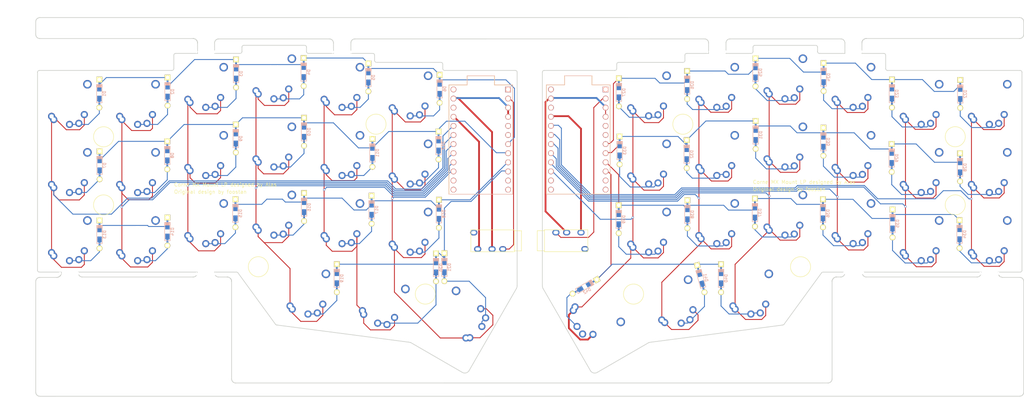
<source format=kicad_pcb>
(kicad_pcb (version 20221018) (generator pcbnew)
  (title_block (title "Corne Cherry") (date "2020-09-28") (rev "3.0.1") (company "foostan"))
  (layers (0 "F.Cu" signal) (31 "B.Cu" signal) (34 "B.Paste" user) (35 "F.Paste" user) (36 "B.SilkS" user "B.Silkscreen") (37 "F.SilkS" user "F.Silkscreen") (38 "B.Mask" user) (39 "F.Mask" user) (44 "Edge.Cuts" user))
  (net 0 "")
  (net 1 "row0")
  (net 2 "Net-(D1-Pad2)")
  (net 3 "row1")
  (net 4 "Net-(D2-Pad2)")
  (net 5 "row2")
  (net 6 "Net-(D3-Pad2)")
  (net 7 "row3")
  (net 8 "Net-(D4-Pad2)")
  (net 9 "Net-(D5-Pad2)")
  (net 10 "Net-(D6-Pad2)")
  (net 11 "Net-(D7-Pad2)")
  (net 12 "Net-(D8-Pad2)")
  (net 13 "Net-(D9-Pad2)")
  (net 14 "Net-(D10-Pad2)")
  (net 15 "Net-(D11-Pad2)")
  (net 16 "Net-(D12-Pad2)")
  (net 17 "Net-(D13-Pad2)")
  (net 18 "Net-(D14-Pad2)")
  (net 19 "Net-(D15-Pad2)")
  (net 20 "Net-(D16-Pad2)")
  (net 21 "Net-(D17-Pad2)")
  (net 22 "Net-(D18-Pad2)")
  (net 23 "Net-(D19-Pad2)")
  (net 24 "Net-(D20-Pad2)")
  (net 25 "Net-(D21-Pad2)")
  (net 26 "GND")
  (net 27 "VCC")
  (net 28 "col0")
  (net 29 "col1")
  (net 30 "col2")
  (net 31 "col3")
  (net 32 "col4")
  (net 33 "col5")
  (net 34 "LED")
  (net 35 "data")
  (net 36 "reset")
  (net 37 "SCL")
  (net 38 "SDA")
  (net 39 "Net-(U1-Pad14)")
  (net 40 "Net-(U1-Pad13)")
  (net 41 "Net-(U1-Pad12)")
  (net 42 "Net-(U1-Pad11)")
  (net 43 "Net-(U1-Pad24)")
  (net 44 "Net-(D22-Pad2)")
  (net 45 "row0_r")
  (net 46 "Net-(D23-Pad2)")
  (net 47 "Net-(D24-Pad2)")
  (net 48 "Net-(D25-Pad2)")
  (net 49 "Net-(D26-Pad2)")
  (net 50 "Net-(D27-Pad2)")
  (net 51 "row1_r")
  (net 52 "Net-(D28-Pad2)")
  (net 53 "Net-(D29-Pad2)")
  (net 54 "Net-(D30-Pad2)")
  (net 55 "Net-(D31-Pad2)")
  (net 56 "Net-(D32-Pad2)")
  (net 57 "Net-(D33-Pad2)")
  (net 58 "row2_r")
  (net 59 "Net-(D34-Pad2)")
  (net 60 "Net-(D35-Pad2)")
  (net 61 "Net-(D36-Pad2)")
  (net 62 "Net-(D37-Pad2)")
  (net 63 "Net-(D38-Pad2)")
  (net 64 "Net-(D39-Pad2)")
  (net 65 "Net-(D40-Pad2)")
  (net 66 "row3_r")
  (net 67 "Net-(D41-Pad2)")
  (net 68 "Net-(D42-Pad2)")
  (net 69 "data_r")
  (net 70 "SDA_r")
  (net 71 "SCL_r")
  (net 72 "LED_r")
  (net 73 "reset_r")
  (net 74 "col0_r")
  (net 75 "col1_r")
  (net 76 "col2_r")
  (net 77 "col3_r")
  (net 78 "col4_r")
  (net 79 "col5_r")
  (net 80 "VDD")
  (net 81 "GNDA")
  (net 82 "Net-(U2-Pad11)")
  (net 83 "Net-(U2-Pad12)")
  (net 84 "Net-(U2-Pad13)")
  (net 85 "Net-(U2-Pad14)")
  (net 86 "Net-(U2-Pad24)")
  (net 87 "Net-(J1-Pad1)")
  (net 88 "Net-(J2-Pad1)")
  (footprint "Keebio-Parts:Diode-Hybrid-Back" (layer "F.Cu") (at 28.426 33.23 90)
    (fp_text reference "D1")
    (fp_text value "D" hide)
  )
  (footprint "Keebio-Parts:Diode-Hybrid-Back" (layer "F.Cu") (at 47.4506 32.6712 90)
    (fp_text reference "D2")
    (fp_text value "D" hide)
  )
  (footprint "Keebio-Parts:Diode-Hybrid-Back" (layer "F.Cu") (at 66.5514 27.642 90)
    (fp_text reference "D3")
    (fp_text value "D" hide)
  )
  (footprint "Keebio-Parts:Diode-Hybrid-Back" (layer "F.Cu") (at 85.4109 27.2229 90)
    (fp_text reference "D4")
    (fp_text value "D" hide)
  )
  (footprint "Keebio-Parts:Diode-Hybrid-Back" (layer "F.Cu") (at 103.45125 28.72375 90)
    (fp_text reference "D5")
    (fp_text value "D" hide)
  )
  (footprint "Keebio-Parts:Diode-Hybrid-Back" (layer "F.Cu") (at 28.5022 53.2325 90)
    (fp_text reference "D7")
    (fp_text value "D" hide)
  )
  (footprint "Keebio-Parts:Diode-Hybrid-Back" (layer "F.Cu") (at 47.3744 50.4512 90)
    (fp_text reference "D8")
    (fp_text value "D" hide)
  )
  (footprint "Keebio-Parts:Diode-Hybrid-Back" (layer "F.Cu") (at 66.4752 45.7522 90)
    (fp_text reference "D9")
    (fp_text value "D" hide)
  )
  (footprint "Keebio-Parts:Diode-Hybrid-Back" (layer "F.Cu") (at 85.4998 43.8853 90)
    (fp_text reference "D10")
    (fp_text value "D" hide)
  )
  (footprint "Keebio-Parts:Diode-Hybrid-Back" (layer "F.Cu") (at 104.5752 49.7632 90)
    (fp_text reference "D11")
    (fp_text value "D" hide)
  )
  (footprint "Keebio-Parts:Diode-Hybrid-Back" (layer "F.Cu") (at 123.0156 47.7058 90)
    (fp_text reference "D12")
    (fp_text value "D" hide)
  )
  (footprint "Keebio-Parts:Diode-Hybrid-Back" (layer "F.Cu") (at 28.4768 72.4962 90)
    (fp_text reference "D13")
    (fp_text value "D" hide)
  )
  (footprint "Keebio-Parts:Diode-Hybrid-Back" (layer "F.Cu") (at 47.4125 71.6961 90)
    (fp_text reference "D14")
    (fp_text value "D" hide)
  )
  (footprint "Keebio-Parts:Diode-Hybrid-Back" (layer "F.Cu") (at 66.3736 66.6075 90)
    (fp_text reference "D15")
    (fp_text value "D" hide)
  )
  (footprint "Keebio-Parts:Diode-Hybrid-Back" (layer "F.Cu") (at 85.5252 64.8889 90)
    (fp_text reference "D16")
    (fp_text value "D" hide)
  )
  (footprint "Keebio-Parts:Diode-Hybrid-Back" (layer "F.Cu") (at 104.3466 65.6128 90)
    (fp_text reference "D17")
    (fp_text value "D" hide)
  )
  (footprint "Keebio-Parts:Diode-Hybrid-Back" (layer "F.Cu") (at 123.1172 66.7453 90)
    (fp_text reference "D18")
    (fp_text value "D" hide)
  )
  (footprint "Keebio-Parts:Diode-Hybrid-Back" (layer "F.Cu") (at 94.6438 84.7128 90)
    (fp_text reference "D19")
    (fp_text value "D" hide)
  )
  (footprint "Keebio-Parts:Diode-Hybrid-Back" (layer "F.Cu") (at 122.3044 81.6932 90)
    (fp_text reference "D20")
    (fp_text value "D" hide)
  )
  (footprint "Keebio-Parts:Diode-Hybrid-Back" (layer "F.Cu") (at 124.6412 81.6529 90)
    (fp_text reference "D21")
    (fp_text value "D" hide)
  )
  (footprint "MXMountLP:MXMountLP-1U" (layer "F.Cu") (at 39.1075 35.78)
    (fp_text reference "SW2")
    (fp_text value "SW_Push")
  )
  (footprint "MXMountLP:MXMountLP-1U" (layer "F.Cu") (at 58.1075 31.03)
    (fp_text reference "SW3")
    (fp_text value "SW_Push")
  )
  (footprint "MXMountLP:MXMountLP-1U" (layer "F.Cu") (at 77.1075 28.655)
    (fp_text reference "SW4")
    (fp_text value "SW_Push")
  )
  (footprint "MXMountLP:MXMountLP-1U" (layer "F.Cu") (at 96.1075 31.03)
    (fp_text reference "SW5")
    (fp_text value "SW_Push")
  )
  (footprint "MXMountLP:MXMountLP-1U" (layer "F.Cu") (at 20.1075 54.78)
    (fp_text reference "SW7")
    (fp_text value "SW_Push")
  )
  (footprint "MXMountLP:MXMountLP-1U" (layer "F.Cu") (at 39.1075 54.78)
    (fp_text reference "SW8")
    (fp_text value "SW_Push")
  )
  (footprint "MXMountLP:MXMountLP-1U" (layer "F.Cu") (at 58.1075 50.03)
    (fp_text reference "SW9")
    (fp_text value "SW_Push")
  )
  (footprint "MXMountLP:MXMountLP-1U" (layer "F.Cu") (at 77.1075 47.655)
    (fp_text reference "SW10")
    (fp_text value "SW_Push")
  )
  (footprint "MXMountLP:MXMountLP-1U" (layer "F.Cu") (at 96.1075 50.03)
    (fp_text reference "SW11")
    (fp_text value "SW_Push")
  )
  (footprint "MXMountLP:MXMountLP-1U" (layer "F.Cu") (at 115.1075 52.405)
    (fp_text reference "SW12")
    (fp_text value "SW_Push")
  )
  (footprint "MXMountLP:MXMountLP-1U" (layer "F.Cu") (at 20.1075 73.78)
    (fp_text reference "SW13")
    (fp_text value "SW_Push")
  )
  (footprint "MXMountLP:MXMountLP-1U" (layer "F.Cu") (at 39.1075 73.78)
    (fp_text reference "SW14")
    (fp_text value "SW_Push")
  )
  (footprint "MXMountLP:MXMountLP-1U" (layer "F.Cu") (at 58.1075 69.03)
    (fp_text reference "SW15")
    (fp_text value "SW_Push")
  )
  (footprint "MXMountLP:MXMountLP-1U" (layer "F.Cu") (at 77.1075 66.655)
    (fp_text reference "SW16")
    (fp_text value "SW_Push")
  )
  (footprint "MXMountLP:MXMountLP-1U" (layer "F.Cu") (at 96.1075 69.03)
    (fp_text reference "SW17")
    (fp_text value "SW_Push")
  )
  (footprint "MXMountLP:MXMountLP-1U" (layer "F.Cu") (at 115.1075 71.405)
    (fp_text reference "SW18")
    (fp_text value "SW_Push")
  )
  (footprint "MXMountLP:MXMountLP-1U" (layer "F.Cu") (at 86.6075 88.655)
    (fp_text reference "SW19")
    (fp_text value "SW_Push")
  )
  (footprint "MXMountLP:MXMountLP-1U" (layer "F.Cu") (at 107.6075 91.405 -15)
    (fp_text reference "SW20")
    (fp_text value "SW_Push")
  )
  (footprint "MXMountLP:MXMountLP-1U" (layer "F.Cu") (at 129.8575 95.155 60)
    (fp_text reference "SW21")
    (fp_text value "SW_Push")
  )
  (footprint "MXMountLP:MXMountLP-1U" (layer "F.Cu") (at 166.8645 95.15 -60)
    (fp_text reference "SW42")
    (fp_text value "SW_Push")
  )
  (footprint "Keebio-Parts:Diode-Hybrid-Back" (layer "F.Cu") (at 249.4441 33.2289 90)
    (fp_text reference "D23")
    (fp_text value "D" hide)
  )
  (footprint "Keebio-Parts:Diode-Hybrid-Back" (layer "F.Cu") (at 230.3941 28.6431 90)
    (fp_text reference "D24")
    (fp_text value "D" hide)
  )
  (footprint "Keebio-Parts:Diode-Hybrid-Back" (layer "F.Cu") (at 211.3949 27.3096 90)
    (fp_text reference "D25")
    (fp_text value "D" hide)
  )
  (footprint "Keebio-Parts:Diode-Hybrid-Back" (layer "F.Cu") (at 173.2949 32.8722 90)
    (fp_text reference "D27")
    (fp_text value "D" hide)
  )
  (footprint "Keebio-Parts:Diode-Hybrid-Back" (layer "F.Cu") (at 249.3806 51.1729 90)
    (fp_text reference "D29")
    (fp_text value "D" hide)
  )
  (footprint "Keebio-Parts:Diode-Hybrid-Back" (layer "F.Cu") (at 230.3306 46.6517 90)
    (fp_text reference "D30")
    (fp_text value "D" hide)
  )
  (footprint "Keebio-Parts:Diode-Hybrid-Back" (layer "F.Cu") (at 211.4457 44.7605 90)
    (fp_text reference "D31")
    (fp_text value "D" hide)
  )
  (footprint "Keebio-Parts:Diode-Hybrid-Back" (layer "F.Cu") (at 192.2179 50.1188 90)
    (fp_text reference "D32")
    (fp_text value "D" hide)
  )
  (footprint "Keebio-Parts:Diode-Hybrid-Back" (layer "F.Cu") (at 173.5108 49.0774 90)
    (fp_text reference "D33")
    (fp_text value "D" hide)
  )
  (footprint "Keebio-Parts:Diode-Hybrid-Back" (layer "F.Cu") (at 268.3036 72.4454 90)
    (fp_text reference "D34")
    (fp_text value "D" hide)
  )
  (footprint "Keebio-Parts:Diode-Hybrid-Back" (layer "F.Cu") (at 249.6092 69.4482 90)
    (fp_text reference "D35")
    (fp_text value "D" hide)
  )
  (footprint "Keebio-Parts:Diode-Hybrid-Back" (layer "F.Cu") (at 230.2163 66.6172 90)
    (fp_text reference "D36")
    (fp_text value "D" hide)
  )
  (footprint "Keebio-Parts:Diode-Hybrid-Back" (layer "F.Cu") (at 211.2425 66.4002 90)
    (fp_text reference "D37")
    (fp_text value "D" hide)
  )
  (footprint "Keebio-Parts:Diode-Hybrid-Back" (layer "F.Cu") (at 192.4084 66.8828 90)
    (fp_text reference "D38")
    (fp_text value "D" hide)
  )
  (footprint "Keebio-Parts:Diode-Hybrid-Back" (layer "F.Cu") (at 173.2568 68.2671 90)
    (fp_text reference "D39")
    (fp_text value "D" hide)
  )
  (footprint "Keebio-Parts:Diode-Hybrid-Back" (layer "F.Cu") (at 201.7937 84.7244 90)
    (fp_text reference "D40")
    (fp_text value "D" hide)
  )
  (footprint "Keebio-Parts:Diode-Hybrid-Back" (layer "F.Cu") (at 196.1549 84.8671 105)
    (fp_text reference "D41")
    (fp_text value "D" hide)
  )
  (footprint "Keebio-Parts:Diode-Hybrid-Back" (layer "F.Cu") (at 163.763836 87.0696 30)
    (fp_text reference "D42")
    (fp_text value "D" hide)
  )
  (footprint "Keebio-Parts:Diode-Hybrid-Back" (layer "F.Cu") (at 268.4941 33.3294 90)
    (fp_text reference "D22")
    (fp_text value "D" hide)
  )
  (footprint "MXMountLP:MXMountLP-1U" (layer "F.Cu") (at 219.6145 66.65)
    (fp_text reference "SW37")
    (fp_text value "SW_Push")
  )
  (footprint "MXMountLP:MXMountLP-1U" (layer "F.Cu") (at 200.6145 69.025)
    (fp_text reference "SW38")
    (fp_text value "SW_Push")
  )
  (footprint "MXMountLP:MXMountLP-1U" (layer "F.Cu") (at 181.6145 71.4)
    (fp_text reference "SW39")
    (fp_text value "SW_Push")
  )
  (footprint "MXMountLP:MXMountLP-1U" (layer "F.Cu") (at 210.1145 88.65)
    (fp_text reference "SW40")
    (fp_text value "SW_Push")
  )
  (footprint "MXMountLP:MXMountLP-1U" (layer "F.Cu") (at 189.1145 91.4 15)
    (fp_text reference "SW41")
    (fp_text value "SW_Push")
  )
  (footprint "MXMountLP:MXMountLP-1U" (layer "F.Cu") (at 219.6145 28.65)
    (fp_text reference "SW25")
    (fp_text value "SW_Push")
  )
  (footprint "MXMountLP:MXMountLP-1U" (layer "F.Cu") (at 200.6145 31.025)
    (fp_text reference "SW26")
    (fp_text value "SW_Push")
  )
  (footprint "MXMountLP:MXMountLP-1U" (layer "F.Cu") (at 276.6145 54.775)
    (fp_text reference "SW28")
    (fp_text value "SW_Push")
  )
  (footprint "MXMountLP:MXMountLP-1U" (layer "F.Cu") (at 238.6145 31.025)
    (fp_text reference "SW24")
    (fp_text value "SW_Push")
  )
  (footprint "MXMountLP:MXMountLP-1U" (layer "F.Cu") (at 257.6145 54.775)
    (fp_text reference "SW29")
    (fp_text value "SW_Push")
  )
  (footprint "MXMountLP:MXMountLP-1U" (layer "F.Cu") (at 257.6145 73.775)
    (fp_text reference "SW35")
    (fp_text value "SW_Push")
  )
  (footprint "MXMountLP:MXMountLP-1U" (layer "F.Cu") (at 238.6145 69.025)
    (fp_text reference "SW36")
    (fp_text value "SW_Push")
  )
  (footprint "MXMountLP:MXMountLP-1U" (layer "F.Cu") (at 276.6145 35.775)
    (fp_text reference "SW22")
    (fp_text value "SW_Push")
  )
  (footprint "MXMountLP:MXMountLP-1U" (layer "F.Cu") (at 257.6145 35.775)
    (fp_text reference "SW23")
    (fp_text value "SW_Push")
  )
  (footprint "MXMountLP:MXMountLP-1U" (layer "F.Cu") (at 238.6145 50.025)
    (fp_text reference "SW30")
    (fp_text value "SW_Push")
  )
  (footprint "MXMountLP:MXMountLP-1U" (layer "F.Cu") (at 219.6145 47.65)
    (fp_text reference "SW31")
    (fp_text value "SW_Push")
  )
  (footprint "MXMountLP:MXMountLP-1U" (layer "F.Cu") (at 200.6145 50.025)
    (fp_text reference "SW32")
    (fp_text value "SW_Push")
  )
  (footprint "MXMountLP:MXMountLP-1U" (layer "F.Cu") (at 181.6145 52.4)
    (fp_text reference "SW33")
    (fp_text value "SW_Push")
  )
  (footprint "MXMountLP:MXMountLP-1U" (layer "F.Cu") (at 276.6145 73.775)
    (fp_text reference "SW34")
    (fp_text value "SW_Push")
  )
  (footprint "MXMountLP:MXMountLP-1U" (layer "F.Cu") (at 20.1075 35.78)
    (fp_text reference "SW1")
    (fp_text value "SW_Push")
  )
  (footprint "MXMountLP:MXMountLP-1U" (layer "F.Cu") (at 115.1075 33.405)
    (fp_text reference "SW6")
    (fp_text value "SW_Push")
  )
  (footprint "MXMountLP:MXMountLP-1U" (layer "F.Cu") (at 181.6075 33.405)
    (fp_text reference "SW27")
    (fp_text value "SW_Push")
  )
  (footprint "Keebio-Parts:MountingHole" (layer "F.Cu") (at 29.6075 64.28)
    (fp_text reference "U4" hide)
    (fp_text value "HOLE")
  )
  (footprint "Keebio-Parts:MountingHole" (layer "F.Cu") (at 29.6075 45.28)
    (fp_text reference "U4" hide)
    (fp_text value "HOLE")
  )
  (footprint "Keebio-Parts:MountingHole" (layer "F.Cu") (at 105.5755 41.7655)
    (fp_text reference "U4" hide)
    (fp_text value "HOLE")
  )
  (footprint "Keebio-Parts:MountingHole" (layer "F.Cu") (at 72.7645 81.5205)
    (fp_text reference "U4" hide)
    (fp_text value "HOLE")
  )
  (footprint "Keebio-Parts:MountingHole" (layer "F.Cu") (at 119.3305 89.135)
    (fp_text reference "U4" hide)
    (fp_text value "HOLE")
  )
  (footprint "Keebio-Parts:MountingHole" (layer "F.Cu") (at 223.9555 81.5305)
    (fp_text reference "U4" hide)
    (fp_text value "HOLE")
  )
  (footprint "Keebio-Parts:MountingHole" (layer "F.Cu") (at 191.1445 41.7755)
    (fp_text reference "U4" hide)
    (fp_text value "HOLE")
  )
  (footprint "Keebio-Parts:MountingHole" (layer "F.Cu") (at 267.0995 45.2655)
    (fp_text reference "U4" hide)
    (fp_text value "HOLE")
  )
  (footprint "Keebio-Parts:MountingHole" (layer "F.Cu") (at 267.0995 64.2655)
    (fp_text reference "U4" hide)
    (fp_text value "HOLE")
  )
  (footprint "Keebio-Parts:MountingHole" (layer "F.Cu") (at 177.3895 89.145)
    (fp_text reference "U4" hide)
    (fp_text value "HOLE")
  )
  (footprint "Keebio-Parts:TRRS-PJ-320A" (layer "F.Cu") (at 144.1345 74.292 -90)
    (fp_text reference "J1")
    (fp_text value "Conn_01x04_Female")
  )
  (footprint "Keebio-Parts:TRRS-PJ-320A" (layer "F.Cu") (at 152.5375 74.27 90)
    (fp_text reference "J2")
    (fp_text value "Conn_01x04_Female")
  )
  (footprint "Keebio-Parts:Diode-Hybrid-Back" (layer "F.Cu") (at 123.3204 31.8935 90)
    (fp_text reference "D6")
    (fp_text value "D" hide)
  )
  (footprint "Keebio-Parts:Diode-Hybrid-Back" (layer "F.Cu") (at 268.4433 53.7902 90)
    (fp_text reference "D28")
    (fp_text value "D" hide)
  )
  (footprint "Keebio-Parts:Diode-Hybrid-Back" (layer "F.Cu") (at 192.3449 30.8402 90)
    (fp_text reference "D26")
    (fp_text value "D" hide)
  )
  (footprint "Keebio-Parts:breakaway-mousebites" (layer "F.Cu") (at 200.4602 21.8243)
    (fp_text reference "REF**" hide)
    (fp_text value "breakaway-mousebites" hide)
  )
  (footprint "Keebio-Parts:breakaway-mousebites" (layer "F.Cu") (at 238.3316 21.7862)
    (fp_text reference "REF**" hide)
    (fp_text value "breakaway-mousebites" hide)
  )
  (footprint "Keebio-Parts:breakaway-mousebites" (layer "F.Cu") (at 238.7761 83.4701)
    (fp_text reference "REF**" hide)
    (fp_text value "breakaway-mousebites" hide)
  )
  (footprint "Keebio-Parts:breakaway-mousebites" (layer "F.Cu") (at 276.6221 83.6479)
    (fp_text reference "REF**" hide)
    (fp_text value "breakaway-mousebites" hide)
  )
  (footprint "Keebio-Parts:breakaway-mousebites" (layer "F.Cu") (at 96.0281 21.8878)
    (fp_text reference "REF**" hide)
    (fp_text value "breakaway-mousebites" hide)
  )
  (footprint "Keebio-Parts:breakaway-mousebites" (layer "F.Cu") (at 58.0043 21.8243)
    (fp_text reference "REF**" hide)
    (fp_text value "breakaway-mousebites" hide)
  )
  (footprint "Keebio-Parts:breakaway-mousebites" (layer "F.Cu") (at 19.9297 83.6479)
    (fp_text reference "REF**" hide)
    (fp_text value "breakaway-mousebites" hide)
  )
  (footprint "Keebio-Parts:breakaway-mousebites" (layer "F.Cu") (at 58.017 83.7622)
    (fp_text reference "REF**" hide)
    (fp_text value "breakaway-mousebites" hide)
  )
  (footprint "promicro:ProMicro" (layer "B.Cu") (at 161.9792 46.0432 -90)
    (fp_text reference "U1" hide)
    (fp_text value "ProMicro")
  )
  (footprint "promicro:ProMicro" (layer "B.Cu") (at 134.8012 46.0559 -90)
    (fp_text reference "U2" hide)
    (fp_text value "ProMicro")
  )
  (gr_line (start 17.8075 83.020309) (end 17.8125 83.25) (stroke (width 0.2)) (layer "Edge.Cuts"))
  (gr_line (start 17.8125 83.25) (end 17.8123 83.252) (stroke (width 0.2)) (layer "Edge.Cuts"))
  (gr_line (start 17.8123 83.252) (end 17.8123 83.252) (stroke (width 0.2)) (layer "Edge.Cuts"))
  (gr_line (start 17.8123 83.252) (end 17.7896 83.483) (stroke (width 0.2)) (layer "Edge.Cuts"))
  (gr_line (start 17.7896 83.483) (end 17.7896 83.483) (stroke (width 0.2)) (layer "Edge.Cuts"))
  (gr_line (start 17.7896 83.483) (end 17.7896 83.483) (stroke (width 0.2)) (layer "Edge.Cuts"))
  (gr_line (start 17.7896 83.483) (end 17.7896 83.484) (stroke (width 0.2)) (layer "Edge.Cuts"))
  (gr_line (start 17.7896 83.484) (end 17.7886 83.488) (stroke (width 0.2)) (layer "Edge.Cuts"))
  (gr_line (start 17.7886 83.488) (end 17.7877 83.493) (stroke (width 0.2)) (layer "Edge.Cuts"))
  (gr_line (start 17.7877 83.493) (end 17.7208 83.714) (stroke (width 0.2)) (layer "Edge.Cuts"))
  (gr_line (start 17.7208 83.714) (end 17.7206 83.715) (stroke (width 0.2)) (layer "Edge.Cuts"))
  (gr_line (start 17.7206 83.715) (end 17.7188 83.719) (stroke (width 0.2)) (layer "Edge.Cuts"))
  (gr_line (start 17.7188 83.719) (end 17.717 83.724) (stroke (width 0.2)) (layer "Edge.Cuts"))
  (gr_line (start 17.717 83.724) (end 17.6082 83.928) (stroke (width 0.2)) (layer "Edge.Cuts"))
  (gr_line (start 17.6082 83.928) (end 17.6079 83.929) (stroke (width 0.2)) (layer "Edge.Cuts"))
  (gr_line (start 17.6079 83.929) (end 17.6054 83.932) (stroke (width 0.2)) (layer "Edge.Cuts"))
  (gr_line (start 17.6054 83.932) (end 17.6028 83.936) (stroke (width 0.2)) (layer "Edge.Cuts"))
  (gr_line (start 17.6028 83.936) (end 17.4564 84.116) (stroke (width 0.2)) (layer "Edge.Cuts"))
  (gr_line (start 17.4564 84.116) (end 17.4564 84.116) (stroke (width 0.2)) (layer "Edge.Cuts"))
  (gr_line (start 17.4564 84.116) (end 17.4564 84.116) (stroke (width 0.2)) (layer "Edge.Cuts"))
  (gr_line (start 17.4564 84.116) (end 17.4559 84.116) (stroke (width 0.2)) (layer "Edge.Cuts"))
  (gr_line (start 17.4559 84.116) (end 17.4527 84.12) (stroke (width 0.2)) (layer "Edge.Cuts"))
  (gr_line (start 17.4527 84.12) (end 17.4495 84.123) (stroke (width 0.2)) (layer "Edge.Cuts"))
  (gr_line (start 17.4495 84.123) (end 17.2709 84.271) (stroke (width 0.2)) (layer "Edge.Cuts"))
  (gr_line (start 17.2709 84.271) (end 17.2704 84.271) (stroke (width 0.2)) (layer "Edge.Cuts"))
  (gr_line (start 17.2704 84.271) (end 17.2666 84.273) (stroke (width 0.2)) (layer "Edge.Cuts"))
  (gr_line (start 17.2666 84.273) (end 17.2628 84.276) (stroke (width 0.2)) (layer "Edge.Cuts"))
  (gr_line (start 17.2628 84.276) (end 17.059 84.386) (stroke (width 0.2)) (layer "Edge.Cuts"))
  (gr_line (start 17.059 84.386) (end 17.059 84.386) (stroke (width 0.2)) (layer "Edge.Cuts"))
  (gr_line (start 17.059 84.386) (end 17.059 84.386) (stroke (width 0.2)) (layer "Edge.Cuts"))
  (gr_line (start 17.059 84.386) (end 17.0583 84.387) (stroke (width 0.2)) (layer "Edge.Cuts"))
  (gr_line (start 17.0583 84.387) (end 17.0542 84.388) (stroke (width 0.2)) (layer "Edge.Cuts"))
  (gr_line (start 17.0542 84.388) (end 17.05 84.39) (stroke (width 0.2)) (layer "Edge.Cuts"))
  (gr_line (start 17.05 84.39) (end 16.8286 84.459) (stroke (width 0.2)) (layer "Edge.Cuts"))
  (gr_line (start 16.8286 84.459) (end 16.8279 84.459) (stroke (width 0.2)) (layer "Edge.Cuts"))
  (gr_line (start 16.8279 84.459) (end 16.8235 84.46) (stroke (width 0.2)) (layer "Edge.Cuts"))
  (gr_line (start 16.8235 84.46) (end 16.819 84.46) (stroke (width 0.2)) (layer "Edge.Cuts"))
  (gr_line (start 16.819 84.46) (end 16.5885 84.485) (stroke (width 0.2)) (layer "Edge.Cuts"))
  (gr_line (start 16.5885 84.485) (end 16.5878 84.485) (stroke (width 0.2)) (layer "Edge.Cuts"))
  (gr_line (start 16.5878 84.485) (end 16.5856 84.485) (stroke (width 0.2)) (layer "Edge.Cuts"))
  (gr_line (start 16.5856 84.485) (end 16.5835 84.485) (stroke (width 0.2)) (layer "Edge.Cuts"))
  (gr_line (start 16.5835 84.485) (end 16.5775 84.485) (stroke (width 0.2)) (layer "Edge.Cuts"))
  (gr_line (start 16.5775 84.485) (end 16.5774 84.485) (stroke (width 0.2)) (layer "Edge.Cuts"))
  (gr_line (start 16.5774 84.485) (end 11.8252 84.485) (stroke (width 0.2)) (layer "Edge.Cuts"))
  (gr_line (start 11.8252 84.485) (end 11.8194 84.485) (stroke (width 0.2)) (layer "Edge.Cuts"))
  (gr_line (start 11.8194 84.485) (end 11.5963 84.508) (stroke (width 0.2)) (layer "Edge.Cuts"))
  (gr_line (start 11.5963 84.508) (end 11.3843 84.574) (stroke (width 0.2)) (layer "Edge.Cuts"))
  (gr_line (start 11.3843 84.574) (end 11.1891 84.68) (stroke (width 0.2)) (layer "Edge.Cuts"))
  (gr_line (start 11.1891 84.68) (end 11.018 84.821) (stroke (width 0.2)) (layer "Edge.Cuts"))
  (gr_line (start 11.018 84.821) (end 10.8778 84.993) (stroke (width 0.2)) (layer "Edge.Cuts"))
  (gr_line (start 10.8778 84.993) (end 10.7736 85.189) (stroke (width 0.2)) (layer "Edge.Cuts"))
  (gr_line (start 10.7736 85.189) (end 10.7094 85.402) (stroke (width 0.2)) (layer "Edge.Cuts"))
  (gr_line (start 10.7094 85.402) (end 10.6875 85.625) (stroke (width 0.2)) (layer "Edge.Cuts"))
  (gr_line (start 10.6875 116.497) (end 10.6875 116.503) (stroke (width 0.2)) (layer "Edge.Cuts"))
  (gr_line (start 10.6875 116.503) (end 10.711 116.726) (stroke (width 0.2)) (layer "Edge.Cuts"))
  (gr_line (start 10.711 116.726) (end 10.7766 116.938) (stroke (width 0.2)) (layer "Edge.Cuts"))
  (gr_line (start 10.7766 116.938) (end 10.8822 117.133) (stroke (width 0.2)) (layer "Edge.Cuts"))
  (gr_line (start 10.8822 117.133) (end 11.0236 117.304) (stroke (width 0.2)) (layer "Edge.Cuts"))
  (gr_line (start 11.0236 117.304) (end 11.1957 117.445) (stroke (width 0.2)) (layer "Edge.Cuts"))
  (gr_line (start 11.1957 117.445) (end 11.3916 117.549) (stroke (width 0.2)) (layer "Edge.Cuts"))
  (gr_line (start 11.3916 117.549) (end 11.6041 117.613) (stroke (width 0.2)) (layer "Edge.Cuts"))
  (gr_line (start 11.6041 117.613) (end 11.8274 117.635) (stroke (width 0.2)) (layer "Edge.Cuts"))
  (gr_line (start 11.8274 117.635) (end 285.0575 117.626) (stroke (width 0.2)) (layer "Edge.Cuts"))
  (gr_line (start 285.0555 12.0385) (end 11.8252 12.0475) (stroke (width 0.2)) (layer "Edge.Cuts"))
  (gr_line (start 11.8252 12.0475) (end 11.8194 12.0475) (stroke (width 0.2)) (layer "Edge.Cuts"))
  (gr_line (start 11.8194 12.0475) (end 11.5963 12.071) (stroke (width 0.2)) (layer "Edge.Cuts"))
  (gr_line (start 11.5963 12.071) (end 11.3843 12.1366) (stroke (width 0.2)) (layer "Edge.Cuts"))
  (gr_line (start 11.3843 12.1366) (end 11.1891 12.2422) (stroke (width 0.2)) (layer "Edge.Cuts"))
  (gr_line (start 11.1891 12.2422) (end 11.018 12.3837) (stroke (width 0.2)) (layer "Edge.Cuts"))
  (gr_line (start 11.018 12.3837) (end 10.8778 12.5557) (stroke (width 0.2)) (layer "Edge.Cuts"))
  (gr_line (start 10.8778 12.5557) (end 10.7736 12.7516) (stroke (width 0.2)) (layer "Edge.Cuts"))
  (gr_line (start 10.7736 12.7516) (end 10.7094 12.9641) (stroke (width 0.2)) (layer "Edge.Cuts"))
  (gr_line (start 10.7094 12.9641) (end 10.6875 13.1875) (stroke (width 0.2)) (layer "Edge.Cuts"))
  (gr_line (start 10.6875 13.1875) (end 10.6875 16.7473) (stroke (width 0.2)) (layer "Edge.Cuts"))
  (gr_line (start 10.6875 16.7473) (end 10.6875 16.7531) (stroke (width 0.2)) (layer "Edge.Cuts"))
  (gr_line (start 10.6875 16.7531) (end 10.711 16.9762) (stroke (width 0.2)) (layer "Edge.Cuts"))
  (gr_line (start 10.711 16.9762) (end 10.7766 17.1882) (stroke (width 0.2)) (layer "Edge.Cuts"))
  (gr_line (start 10.7766 17.1882) (end 10.8822 17.3835) (stroke (width 0.2)) (layer "Edge.Cuts"))
  (gr_line (start 10.8822 17.3835) (end 11.0236 17.5545) (stroke (width 0.2)) (layer "Edge.Cuts"))
  (gr_line (start 11.0236 17.5545) (end 11.1957 17.6948) (stroke (width 0.2)) (layer "Edge.Cuts"))
  (gr_line (start 11.1957 17.6948) (end 11.3916 17.799) (stroke (width 0.2)) (layer "Edge.Cuts"))
  (gr_line (start 11.3916 17.799) (end 11.6041 17.8631) (stroke (width 0.2)) (layer "Edge.Cuts"))
  (gr_line (start 11.6041 17.8631) (end 11.8274 17.885) (stroke (width 0.2)) (layer "Edge.Cuts"))
  (gr_line (start 11.8274 17.885) (end 54.5774 17.885) (stroke (width 0.2)) (layer "Edge.Cuts"))
  (gr_line (start 54.5774 17.885) (end 54.5799 17.8853) (stroke (width 0.2)) (layer "Edge.Cuts"))
  (gr_line (start 54.5799 17.8853) (end 54.5799 17.8853) (stroke (width 0.2)) (layer "Edge.Cuts"))
  (gr_line (start 54.5799 17.8853) (end 54.8105 17.9079) (stroke (width 0.2)) (layer "Edge.Cuts"))
  (gr_line (start 54.8105 17.9079) (end 54.8105 17.9079) (stroke (width 0.2)) (layer "Edge.Cuts"))
  (gr_line (start 54.8105 17.9079) (end 54.8105 17.9079) (stroke (width 0.2)) (layer "Edge.Cuts"))
  (gr_line (start 54.8105 17.9079) (end 54.8112 17.9079) (stroke (width 0.2)) (layer "Edge.Cuts"))
  (gr_line (start 54.8112 17.9079) (end 54.8156 17.9089) (stroke (width 0.2)) (layer "Edge.Cuts"))
  (gr_line (start 54.8156 17.9089) (end 54.8201 17.9098) (stroke (width 0.2)) (layer "Edge.Cuts"))
  (gr_line (start 54.8201 17.9098) (end 55.042 17.9768) (stroke (width 0.2)) (layer "Edge.Cuts"))
  (gr_line (start 55.042 17.9768) (end 55.0426 17.977) (stroke (width 0.2)) (layer "Edge.Cuts"))
  (gr_line (start 55.0426 17.977) (end 55.0468 17.9787) (stroke (width 0.2)) (layer "Edge.Cuts"))
  (gr_line (start 55.0468 17.9787) (end 55.051 17.9805) (stroke (width 0.2)) (layer "Edge.Cuts"))
  (gr_line (start 55.051 17.9805) (end 55.2556 18.0893) (stroke (width 0.2)) (layer "Edge.Cuts"))
  (gr_line (start 55.2556 18.0893) (end 55.2556 18.0893) (stroke (width 0.2)) (layer "Edge.Cuts"))
  (gr_line (start 55.2556 18.0893) (end 55.2556 18.0893) (stroke (width 0.2)) (layer "Edge.Cuts"))
  (gr_line (start 55.2556 18.0893) (end 55.2562 18.0896) (stroke (width 0.2)) (layer "Edge.Cuts"))
  (gr_line (start 55.2562 18.0896) (end 55.26 18.0922) (stroke (width 0.2)) (layer "Edge.Cuts"))
  (gr_line (start 55.26 18.0922) (end 55.2638 18.0947) (stroke (width 0.2)) (layer "Edge.Cuts"))
  (gr_line (start 55.2638 18.0947) (end 55.4434 18.2412) (stroke (width 0.2)) (layer "Edge.Cuts"))
  (gr_line (start 55.4434 18.2412) (end 55.4439 18.2416) (stroke (width 0.2)) (layer "Edge.Cuts"))
  (gr_line (start 55.4439 18.2416) (end 55.447 18.2448) (stroke (width 0.2)) (layer "Edge.Cuts"))
  (gr_line (start 55.447 18.2448) (end 55.4503 18.248) (stroke (width 0.2)) (layer "Edge.Cuts"))
  (gr_line (start 55.4503 18.248) (end 55.598 18.4266) (stroke (width 0.2)) (layer "Edge.Cuts"))
  (gr_line (start 55.598 18.4266) (end 55.5984 18.4271) (stroke (width 0.2)) (layer "Edge.Cuts"))
  (gr_line (start 55.5984 18.4271) (end 55.6009 18.4309) (stroke (width 0.2)) (layer "Edge.Cuts"))
  (gr_line (start 55.6009 18.4309) (end 55.6035 18.4347) (stroke (width 0.2)) (layer "Edge.Cuts"))
  (gr_line (start 55.6035 18.4347) (end 55.7137 18.6386) (stroke (width 0.2)) (layer "Edge.Cuts"))
  (gr_line (start 55.7137 18.6386) (end 55.7137 18.6386) (stroke (width 0.2)) (layer "Edge.Cuts"))
  (gr_line (start 55.7137 18.6386) (end 55.7137 18.6386) (stroke (width 0.2)) (layer "Edge.Cuts"))
  (gr_line (start 55.7137 18.6386) (end 55.714 18.6392) (stroke (width 0.2)) (layer "Edge.Cuts"))
  (gr_line (start 55.714 18.6392) (end 55.7157 18.6434) (stroke (width 0.2)) (layer "Edge.Cuts"))
  (gr_line (start 55.7157 18.6434) (end 55.7175 18.6476) (stroke (width 0.2)) (layer "Edge.Cuts"))
  (gr_line (start 55.7175 18.6476) (end 55.786 18.869) (stroke (width 0.2)) (layer "Edge.Cuts"))
  (gr_line (start 55.786 18.869) (end 55.7862 18.8696) (stroke (width 0.2)) (layer "Edge.Cuts"))
  (gr_line (start 55.7862 18.8696) (end 55.7871 18.8741) (stroke (width 0.2)) (layer "Edge.Cuts"))
  (gr_line (start 55.7871 18.8741) (end 55.788 18.8785) (stroke (width 0.2)) (layer "Edge.Cuts"))
  (gr_line (start 55.788 18.8785) (end 55.8122 19.109) (stroke (width 0.2)) (layer "Edge.Cuts"))
  (gr_line (start 55.8122 19.109) (end 55.8123 19.1097) (stroke (width 0.2)) (layer "Edge.Cuts"))
  (gr_line (start 55.8123 19.1097) (end 55.8122 19.1119) (stroke (width 0.2)) (layer "Edge.Cuts"))
  (gr_line (start 55.8122 19.1119) (end 55.8125 19.1141) (stroke (width 0.2)) (layer "Edge.Cuts"))
  (gr_line (start 55.8125 19.1141) (end 55.8125 19.12) (stroke (width 0.2)) (layer "Edge.Cuts"))
  (gr_line (start 55.8125 19.12) (end 55.8125 19.1201) (stroke (width 0.2)) (layer "Edge.Cuts"))
  (gr_line (start 55.8125 19.1201) (end 55.8175 22.020252) (stroke (width 0.2)) (layer "Edge.Cuts"))
  (gr_line (start 60.5575 83.021073) (end 60.5625 83.247) (stroke (width 0.2)) (layer "Edge.Cuts"))
  (gr_line (start 60.5625 83.247) (end 60.5625 83.253) (stroke (width 0.2)) (layer "Edge.Cuts"))
  (gr_line (start 60.5625 83.253) (end 60.586 83.476) (stroke (width 0.2)) (layer "Edge.Cuts"))
  (gr_line (start 60.586 83.476) (end 60.6516 83.688) (stroke (width 0.2)) (layer "Edge.Cuts"))
  (gr_line (start 60.6516 83.688) (end 60.7572 83.883) (stroke (width 0.2)) (layer "Edge.Cuts"))
  (gr_line (start 60.7572 83.883) (end 60.8986 84.054) (stroke (width 0.2)) (layer "Edge.Cuts"))
  (gr_line (start 60.8986 84.054) (end 61.0707 84.195) (stroke (width 0.2)) (layer "Edge.Cuts"))
  (gr_line (start 61.0707 84.195) (end 61.2666 84.299) (stroke (width 0.2)) (layer "Edge.Cuts"))
  (gr_line (start 61.2666 84.299) (end 61.4791 84.363) (stroke (width 0.2)) (layer "Edge.Cuts"))
  (gr_line (start 61.4791 84.363) (end 61.7024 84.385) (stroke (width 0.2)) (layer "Edge.Cuts"))
  (gr_line (start 61.7024 84.385) (end 64.0774 84.385) (stroke (width 0.2)) (layer "Edge.Cuts"))
  (gr_line (start 64.0774 84.385) (end 64.0799 84.385) (stroke (width 0.2)) (layer "Edge.Cuts"))
  (gr_line (start 64.0799 84.385) (end 64.0799 84.385) (stroke (width 0.2)) (layer "Edge.Cuts"))
  (gr_line (start 64.0799 84.385) (end 64.3105 84.408) (stroke (width 0.2)) (layer "Edge.Cuts"))
  (gr_line (start 64.3105 84.408) (end 64.3105 84.408) (stroke (width 0.2)) (layer "Edge.Cuts"))
  (gr_line (start 64.3105 84.408) (end 64.3105 84.408) (stroke (width 0.2)) (layer "Edge.Cuts"))
  (gr_line (start 64.3105 84.408) (end 64.3112 84.408) (stroke (width 0.2)) (layer "Edge.Cuts"))
  (gr_line (start 64.3112 84.408) (end 64.3156 84.409) (stroke (width 0.2)) (layer "Edge.Cuts"))
  (gr_line (start 64.3156 84.409) (end 64.3201 84.41) (stroke (width 0.2)) (layer "Edge.Cuts"))
  (gr_line (start 64.3201 84.41) (end 64.542 84.477) (stroke (width 0.2)) (layer "Edge.Cuts"))
  (gr_line (start 64.542 84.477) (end 64.542599 84.477) (stroke (width 0.2)) (layer "Edge.Cuts"))
  (gr_line (start 64.542599 84.477) (end 64.5468 84.479) (stroke (width 0.2)) (layer "Edge.Cuts"))
  (gr_line (start 64.5468 84.479) (end 64.551 84.48) (stroke (width 0.2)) (layer "Edge.Cuts"))
  (gr_line (start 64.551 84.48) (end 64.7556 84.589) (stroke (width 0.2)) (layer "Edge.Cuts"))
  (gr_line (start 64.7556 84.589) (end 64.7556 84.589) (stroke (width 0.2)) (layer "Edge.Cuts"))
  (gr_line (start 64.7556 84.589) (end 64.7556 84.589) (stroke (width 0.2)) (layer "Edge.Cuts"))
  (gr_line (start 64.7556 84.589) (end 64.756199 84.59) (stroke (width 0.2)) (layer "Edge.Cuts"))
  (gr_line (start 64.756199 84.59) (end 64.759999 84.592) (stroke (width 0.2)) (layer "Edge.Cuts"))
  (gr_line (start 64.759999 84.592) (end 64.7638 84.595) (stroke (width 0.2)) (layer "Edge.Cuts"))
  (gr_line (start 64.7638 84.595) (end 64.9434 84.741) (stroke (width 0.2)) (layer "Edge.Cuts"))
  (gr_line (start 64.9434 84.741) (end 64.9439 84.742) (stroke (width 0.2)) (layer "Edge.Cuts"))
  (gr_line (start 64.9439 84.742) (end 64.947 84.745) (stroke (width 0.2)) (layer "Edge.Cuts"))
  (gr_line (start 64.947 84.745) (end 64.9503 84.748) (stroke (width 0.2)) (layer "Edge.Cuts"))
  (gr_line (start 64.9503 84.748) (end 65.098 84.927) (stroke (width 0.2)) (layer "Edge.Cuts"))
  (gr_line (start 65.098 84.927) (end 65.0984 84.927) (stroke (width 0.2)) (layer "Edge.Cuts"))
  (gr_line (start 65.0984 84.927) (end 65.1009 84.931) (stroke (width 0.2)) (layer "Edge.Cuts"))
  (gr_line (start 65.1009 84.931) (end 65.1035 84.935) (stroke (width 0.2)) (layer "Edge.Cuts"))
  (gr_line (start 65.1035 84.935) (end 65.2137 85.139) (stroke (width 0.2)) (layer "Edge.Cuts"))
  (gr_line (start 65.2137 85.139) (end 65.2137 85.139) (stroke (width 0.2)) (layer "Edge.Cuts"))
  (gr_line (start 65.2137 85.139) (end 65.2137 85.139) (stroke (width 0.2)) (layer "Edge.Cuts"))
  (gr_line (start 65.2137 85.139) (end 65.214 85.139) (stroke (width 0.2)) (layer "Edge.Cuts"))
  (gr_line (start 65.214 85.139) (end 65.2157 85.143) (stroke (width 0.2)) (layer "Edge.Cuts"))
  (gr_line (start 65.2157 85.143) (end 65.2175 85.148) (stroke (width 0.2)) (layer "Edge.Cuts"))
  (gr_line (start 65.2175 85.148) (end 65.286 85.369) (stroke (width 0.2)) (layer "Edge.Cuts"))
  (gr_line (start 65.286 85.369) (end 65.2862 85.37) (stroke (width 0.2)) (layer "Edge.Cuts"))
  (gr_line (start 65.2862 85.37) (end 65.2871 85.374) (stroke (width 0.2)) (layer "Edge.Cuts"))
  (gr_line (start 65.2871 85.374) (end 65.288 85.379) (stroke (width 0.2)) (layer "Edge.Cuts"))
  (gr_line (start 65.288 85.379) (end 65.3122 85.609) (stroke (width 0.2)) (layer "Edge.Cuts"))
  (gr_line (start 65.3122 85.609) (end 65.3123 85.61) (stroke (width 0.2)) (layer "Edge.Cuts"))
  (gr_line (start 65.3123 85.61) (end 65.3122 85.612) (stroke (width 0.2)) (layer "Edge.Cuts"))
  (gr_line (start 65.3122 85.612) (end 65.3125 85.614) (stroke (width 0.2)) (layer "Edge.Cuts"))
  (gr_line (start 65.3125 85.614) (end 65.3125 85.62) (stroke (width 0.2)) (layer "Edge.Cuts"))
  (gr_line (start 65.3125 85.62) (end 65.3125 85.62) (stroke (width 0.2)) (layer "Edge.Cuts"))
  (gr_line (start 65.3125 85.62) (end 65.3125 112.797) (stroke (width 0.2)) (layer "Edge.Cuts"))
  (gr_line (start 65.3125 112.797) (end 65.3125 112.803) (stroke (width 0.2)) (layer "Edge.Cuts"))
  (gr_line (start 65.3125 112.803) (end 65.336 113.026) (stroke (width 0.2)) (layer "Edge.Cuts"))
  (gr_line (start 65.336 113.026) (end 65.4016 113.238) (stroke (width 0.2)) (layer "Edge.Cuts"))
  (gr_line (start 65.4016 113.238) (end 65.5072 113.433) (stroke (width 0.2)) (layer "Edge.Cuts"))
  (gr_line (start 65.5072 113.433) (end 65.6486 113.604) (stroke (width 0.2)) (layer "Edge.Cuts"))
  (gr_line (start 65.6486 113.604) (end 65.8207 113.745) (stroke (width 0.2)) (layer "Edge.Cuts"))
  (gr_line (start 65.8207 113.745) (end 66.0166 113.849) (stroke (width 0.2)) (layer "Edge.Cuts"))
  (gr_line (start 66.0166 113.849) (end 66.2291 113.913) (stroke (width 0.2)) (layer "Edge.Cuts"))
  (gr_line (start 66.2291 113.913) (end 66.4524 113.935) (stroke (width 0.2)) (layer "Edge.Cuts"))
  (gr_line (start 66.4545 113.934) (end 231.6195 113.926) (stroke (width 0.2)) (layer "Edge.Cuts"))
  (gr_line (start 197.1805 17.976) (end 99.7005 17.985) (stroke (width 0.2)) (layer "Edge.Cuts"))
  (gr_line (start 99.7005 17.985) (end 99.6945 17.985) (stroke (width 0.2)) (layer "Edge.Cuts"))
  (gr_line (start 99.6945 17.985) (end 99.4715 18.0085) (stroke (width 0.2)) (layer "Edge.Cuts"))
  (gr_line (start 99.4715 18.0085) (end 99.2595 18.0741) (stroke (width 0.2)) (layer "Edge.Cuts"))
  (gr_line (start 99.2595 18.0741) (end 99.0645 18.1797) (stroke (width 0.2)) (layer "Edge.Cuts"))
  (gr_line (start 99.0645 18.1797) (end 98.8935 18.3212) (stroke (width 0.2)) (layer "Edge.Cuts"))
  (gr_line (start 98.8935 18.3212) (end 98.7525 18.4932) (stroke (width 0.2)) (layer "Edge.Cuts"))
  (gr_line (start 98.7525 18.4932) (end 98.6485 18.6891) (stroke (width 0.2)) (layer "Edge.Cuts"))
  (gr_line (start 98.6485 18.6891) (end 98.5845 18.9016) (stroke (width 0.2)) (layer "Edge.Cuts"))
  (gr_line (start 98.5845 18.9016) (end 98.5625 19.125) (stroke (width 0.2)) (layer "Edge.Cuts"))
  (gr_line (start 98.5625 19.125) (end 98.5675 22.018729) (stroke (width 0.2)) (layer "Edge.Cuts"))
  (gr_line (start 22.5675 83.020309) (end 22.5625 83.247) (stroke (width 0.2)) (layer "Edge.Cuts"))
  (gr_line (start 22.5625 83.247) (end 22.5625 83.253) (stroke (width 0.2)) (layer "Edge.Cuts"))
  (gr_line (start 22.5625 83.253) (end 22.586 83.476) (stroke (width 0.2)) (layer "Edge.Cuts"))
  (gr_line (start 22.586 83.476) (end 22.6516 83.688) (stroke (width 0.2)) (layer "Edge.Cuts"))
  (gr_line (start 22.6516 83.688) (end 22.7572 83.883) (stroke (width 0.2)) (layer "Edge.Cuts"))
  (gr_line (start 22.7572 83.883) (end 22.8986 84.054) (stroke (width 0.2)) (layer "Edge.Cuts"))
  (gr_line (start 22.8986 84.054) (end 23.0707 84.195) (stroke (width 0.2)) (layer "Edge.Cuts"))
  (gr_line (start 23.0707 84.195) (end 23.2666 84.299) (stroke (width 0.2)) (layer "Edge.Cuts"))
  (gr_line (start 23.2666 84.299) (end 23.4791 84.363) (stroke (width 0.2)) (layer "Edge.Cuts"))
  (gr_line (start 23.4791 84.363) (end 23.7024 84.385) (stroke (width 0.2)) (layer "Edge.Cuts"))
  (gr_line (start 23.7024 84.385) (end 54.5748 84.385) (stroke (width 0.2)) (layer "Edge.Cuts"))
  (gr_line (start 54.5748 84.385) (end 54.5806 84.385) (stroke (width 0.2)) (layer "Edge.Cuts"))
  (gr_line (start 54.5806 84.385) (end 54.8037 84.362) (stroke (width 0.2)) (layer "Edge.Cuts"))
  (gr_line (start 54.8037 84.362) (end 55.0157 84.296) (stroke (width 0.2)) (layer "Edge.Cuts"))
  (gr_line (start 55.0157 84.296) (end 55.2109 84.19) (stroke (width 0.2)) (layer "Edge.Cuts"))
  (gr_line (start 55.2109 84.19) (end 55.382 84.049) (stroke (width 0.2)) (layer "Edge.Cuts"))
  (gr_line (start 55.382 84.049) (end 55.5222 83.877) (stroke (width 0.2)) (layer "Edge.Cuts"))
  (gr_line (start 55.5222 83.877) (end 55.6264 83.681) (stroke (width 0.2)) (layer "Edge.Cuts"))
  (gr_line (start 55.6264 83.681) (end 55.6906 83.468) (stroke (width 0.2)) (layer "Edge.Cuts"))
  (gr_line (start 55.6906 83.468) (end 55.7125 83.245) (stroke (width 0.2)) (layer "Edge.Cuts"))
  (gr_line (start 55.7125 83.245) (end 55.7175 83.020309) (stroke (width 0.2)) (layer "Edge.Cuts"))
  (gr_line (start 93.7275 22.020252) (end 93.7125 19.1227) (stroke (width 0.2)) (layer "Edge.Cuts"))
  (gr_line (start 93.7125 19.1227) (end 93.7125 19.1169) (stroke (width 0.2)) (layer "Edge.Cuts"))
  (gr_line (start 93.7125 19.1169) (end 93.689 18.8938) (stroke (width 0.2)) (layer "Edge.Cuts"))
  (gr_line (start 93.689 18.8938) (end 93.6234 18.6818) (stroke (width 0.2)) (layer "Edge.Cuts"))
  (gr_line (start 93.6234 18.6818) (end 93.5178 18.4866) (stroke (width 0.2)) (layer "Edge.Cuts"))
  (gr_line (start 93.5178 18.4866) (end 93.3763 18.3156) (stroke (width 0.2)) (layer "Edge.Cuts"))
  (gr_line (start 93.3763 18.3156) (end 93.2043 18.1753) (stroke (width 0.2)) (layer "Edge.Cuts"))
  (gr_line (start 93.2043 18.1753) (end 93.0084 18.0711) (stroke (width 0.2)) (layer "Edge.Cuts"))
  (gr_line (start 93.0084 18.0711) (end 92.7959 18.0069) (stroke (width 0.2)) (layer "Edge.Cuts"))
  (gr_line (start 92.7959 18.0069) (end 92.5726 17.985) (stroke (width 0.2)) (layer "Edge.Cuts"))
  (gr_line (start 92.5726 17.985) (end 61.7002 17.985) (stroke (width 0.2)) (layer "Edge.Cuts"))
  (gr_line (start 61.7002 17.985) (end 61.6944 17.985) (stroke (width 0.2)) (layer "Edge.Cuts"))
  (gr_line (start 61.6944 17.985) (end 61.4713 18.0085) (stroke (width 0.2)) (layer "Edge.Cuts"))
  (gr_line (start 61.4713 18.0085) (end 61.2593 18.0741) (stroke (width 0.2)) (layer "Edge.Cuts"))
  (gr_line (start 61.2593 18.0741) (end 61.0641 18.1797) (stroke (width 0.2)) (layer "Edge.Cuts"))
  (gr_line (start 61.0641 18.1797) (end 60.893 18.3212) (stroke (width 0.2)) (layer "Edge.Cuts"))
  (gr_line (start 60.893 18.3212) (end 60.7528 18.4932) (stroke (width 0.2)) (layer "Edge.Cuts"))
  (gr_line (start 60.7528 18.4932) (end 60.6486 18.6891) (stroke (width 0.2)) (layer "Edge.Cuts"))
  (gr_line (start 60.6486 18.6891) (end 60.5844 18.9016) (stroke (width 0.2)) (layer "Edge.Cuts"))
  (gr_line (start 60.5844 18.9016) (end 60.5625 19.125) (stroke (width 0.2)) (layer "Edge.Cuts"))
  (gr_line (start 60.5625 19.125) (end 60.5775 22.018729) (stroke (width 0.2)) (layer "Edge.Cuts"))
  (gr_line (start 10.6875 85.625) (end 10.6875 116.497) (stroke (width 0.2)) (layer "Edge.Cuts"))
  (gr_line (start 236.3175 22.026729) (end 236.3195 19.1137) (stroke (width 0.2)) (layer "Edge.Cuts"))
  (gr_line (start 236.3195 19.1137) (end 236.3195 19.1079) (stroke (width 0.2)) (layer "Edge.Cuts"))
  (gr_line (start 236.3195 19.1079) (end 236.2965 18.8848) (stroke (width 0.2)) (layer "Edge.Cuts"))
  (gr_line (start 236.2965 18.8848) (end 236.2305 18.6728) (stroke (width 0.2)) (layer "Edge.Cuts"))
  (gr_line (start 236.2305 18.6728) (end 236.1255 18.4776) (stroke (width 0.2)) (layer "Edge.Cuts"))
  (gr_line (start 236.1255 18.4776) (end 235.9835 18.3066) (stroke (width 0.2)) (layer "Edge.Cuts"))
  (gr_line (start 235.9835 18.3066) (end 235.8115 18.1663) (stroke (width 0.2)) (layer "Edge.Cuts"))
  (gr_line (start 235.8115 18.1663) (end 235.6155 18.0621) (stroke (width 0.2)) (layer "Edge.Cuts"))
  (gr_line (start 235.6155 18.0621) (end 235.4035 17.9979) (stroke (width 0.2)) (layer "Edge.Cuts"))
  (gr_line (start 235.4035 17.9979) (end 235.1805 17.976) (stroke (width 0.2)) (layer "Edge.Cuts"))
  (gr_line (start 235.1805 17.976) (end 204.3075 17.976) (stroke (width 0.2)) (layer "Edge.Cuts"))
  (gr_line (start 204.3075 17.976) (end 204.3015 17.976) (stroke (width 0.2)) (layer "Edge.Cuts"))
  (gr_line (start 204.3015 17.976) (end 204.0785 17.9995) (stroke (width 0.2)) (layer "Edge.Cuts"))
  (gr_line (start 204.0785 17.9995) (end 203.8665 18.0651) (stroke (width 0.2)) (layer "Edge.Cuts"))
  (gr_line (start 203.8665 18.0651) (end 203.6715 18.1707) (stroke (width 0.2)) (layer "Edge.Cuts"))
  (gr_line (start 203.6715 18.1707) (end 203.5005 18.3122) (stroke (width 0.2)) (layer "Edge.Cuts"))
  (gr_line (start 203.5005 18.3122) (end 203.3605 18.4842) (stroke (width 0.2)) (layer "Edge.Cuts"))
  (gr_line (start 203.3605 18.4842) (end 203.2565 18.6801) (stroke (width 0.2)) (layer "Edge.Cuts"))
  (gr_line (start 203.2565 18.6801) (end 203.1915 18.8926) (stroke (width 0.2)) (layer "Edge.Cuts"))
  (gr_line (start 203.1915 18.8926) (end 203.1705 19.116) (stroke (width 0.2)) (layer "Edge.Cuts"))
  (gr_line (start 203.1705 19.116) (end 203.1675 22.028252) (stroke (width 0.2)) (layer "Edge.Cuts"))
  (gr_line (start 280.3025 84.476) (end 280.0715 84.453) (stroke (width 0.2)) (layer "Edge.Cuts"))
  (gr_line (start 285.8645 117.29) (end 286.0045 117.118) (stroke (width 0.2)) (layer "Edge.Cuts"))
  (gr_line (start 197.8115 18.1663) (end 197.6155 18.0621) (stroke (width 0.2)) (layer "Edge.Cuts"))
  (gr_line (start 197.9835 18.3066) (end 197.8115 18.1663) (stroke (width 0.2)) (layer "Edge.Cuts"))
  (gr_line (start 286.1945 85.608) (end 286.1955 116.486) (stroke (width 0.2)) (layer "Edge.Cuts"))
  (gr_line (start 198.3275 22.026729) (end 198.3195 19.1137) (stroke (width 0.2)) (layer "Edge.Cuts"))
  (gr_line (start 198.3195 19.1137) (end 198.3195 19.1079) (stroke (width 0.2)) (layer "Edge.Cuts"))
  (gr_line (start 198.3195 19.1079) (end 198.2965 18.8848) (stroke (width 0.2)) (layer "Edge.Cuts"))
  (gr_line (start 198.2965 18.8848) (end 198.2305 18.6728) (stroke (width 0.2)) (layer "Edge.Cuts"))
  (gr_line (start 198.2305 18.6728) (end 198.1255 18.4776) (stroke (width 0.2)) (layer "Edge.Cuts"))
  (gr_line (start 198.1255 18.4776) (end 197.9835 18.3066) (stroke (width 0.2)) (layer "Edge.Cuts"))
  (gr_line (start 197.6155 18.0621) (end 197.4035 17.9979) (stroke (width 0.2)) (layer "Edge.Cuts"))
  (gr_line (start 197.4035 17.9979) (end 197.1805 17.976) (stroke (width 0.2)) (layer "Edge.Cuts"))
  (gr_line (start 241.1775 83.027309) (end 241.1705 83.238) (stroke (width 0.2)) (layer "Edge.Cuts"))
  (gr_line (start 241.1705 83.238) (end 241.1705 83.244) (stroke (width 0.2)) (layer "Edge.Cuts"))
  (gr_line (start 241.1705 83.244) (end 241.1935 83.467) (stroke (width 0.2)) (layer "Edge.Cuts"))
  (gr_line (start 241.1935 83.467) (end 241.2595 83.679) (stroke (width 0.2)) (layer "Edge.Cuts"))
  (gr_line (start 241.2595 83.679) (end 241.3645 83.874) (stroke (width 0.2)) (layer "Edge.Cuts"))
  (gr_line (start 241.3645 83.874) (end 241.5065 84.045) (stroke (width 0.2)) (layer "Edge.Cuts"))
  (gr_line (start 241.5065 84.045) (end 241.6785 84.186) (stroke (width 0.2)) (layer "Edge.Cuts"))
  (gr_line (start 241.6785 84.186) (end 241.8745 84.29) (stroke (width 0.2)) (layer "Edge.Cuts"))
  (gr_line (start 241.8745 84.29) (end 242.0865 84.354) (stroke (width 0.2)) (layer "Edge.Cuts"))
  (gr_line (start 242.0865 84.354) (end 242.3095 84.376) (stroke (width 0.2)) (layer "Edge.Cuts"))
  (gr_line (start 242.3095 84.376) (end 273.1825 84.376) (stroke (width 0.2)) (layer "Edge.Cuts"))
  (gr_line (start 273.1825 84.376) (end 273.1885 84.376) (stroke (width 0.2)) (layer "Edge.Cuts"))
  (gr_line (start 273.1885 84.376) (end 273.4115 84.353) (stroke (width 0.2)) (layer "Edge.Cuts"))
  (gr_line (start 273.4115 84.353) (end 273.6235 84.287) (stroke (width 0.2)) (layer "Edge.Cuts"))
  (gr_line (start 273.6235 84.287) (end 273.8185 84.181) (stroke (width 0.2)) (layer "Edge.Cuts"))
  (gr_line (start 273.8185 84.181) (end 273.9895 84.04) (stroke (width 0.2)) (layer "Edge.Cuts"))
  (gr_line (start 273.9895 84.04) (end 274.1295 83.868) (stroke (width 0.2)) (layer "Edge.Cuts"))
  (gr_line (start 274.1295 83.868) (end 274.2335 83.672) (stroke (width 0.2)) (layer "Edge.Cuts"))
  (gr_line (start 274.2335 83.672) (end 274.2985 83.459) (stroke (width 0.2)) (layer "Edge.Cuts"))
  (gr_line (start 274.2985 83.459) (end 274.3195 83.236) (stroke (width 0.2)) (layer "Edge.Cuts"))
  (gr_line (start 274.3195 83.236) (end 274.3275 83.027309) (stroke (width 0.2)) (layer "Edge.Cuts"))
  (gr_line (start 231.6195 113.926) (end 231.6255 113.926) (stroke (width 0.2)) (layer "Edge.Cuts"))
  (gr_line (start 231.6255 113.926) (end 231.8485 113.903) (stroke (width 0.2)) (layer "Edge.Cuts"))
  (gr_line (start 231.8485 113.903) (end 232.0605 113.837) (stroke (width 0.2)) (layer "Edge.Cuts"))
  (gr_line (start 232.0605 113.837) (end 232.2555 113.731) (stroke (width 0.2)) (layer "Edge.Cuts"))
  (gr_line (start 232.2555 113.731) (end 232.4265 113.59) (stroke (width 0.2)) (layer "Edge.Cuts"))
  (gr_line (start 232.4265 113.59) (end 232.5675 113.418) (stroke (width 0.2)) (layer "Edge.Cuts"))
  (gr_line (start 232.5675 113.418) (end 232.6715 113.222) (stroke (width 0.2)) (layer "Edge.Cuts"))
  (gr_line (start 232.6715 113.222) (end 232.7355 113.009) (stroke (width 0.2)) (layer "Edge.Cuts"))
  (gr_line (start 232.7355 113.009) (end 232.7575 112.786) (stroke (width 0.2)) (layer "Edge.Cuts"))
  (gr_line (start 232.7575 112.786) (end 232.7575 85.611) (stroke (width 0.2)) (layer "Edge.Cuts"))
  (gr_line (start 232.7575 85.611) (end 232.7575 85.609) (stroke (width 0.2)) (layer "Edge.Cuts"))
  (gr_line (start 232.7575 85.609) (end 232.7575 85.609) (stroke (width 0.2)) (layer "Edge.Cuts"))
  (gr_line (start 232.7575 85.609) (end 232.7805 85.378) (stroke (width 0.2)) (layer "Edge.Cuts"))
  (gr_line (start 232.7805 85.378) (end 232.7805 85.378) (stroke (width 0.2)) (layer "Edge.Cuts"))
  (gr_line (start 232.7805 85.378) (end 232.7805 85.378) (stroke (width 0.2)) (layer "Edge.Cuts"))
  (gr_line (start 232.7805 85.378) (end 232.7805 85.377) (stroke (width 0.2)) (layer "Edge.Cuts"))
  (gr_line (start 232.7805 85.377) (end 232.7815 85.373) (stroke (width 0.2)) (layer "Edge.Cuts"))
  (gr_line (start 232.7815 85.373) (end 232.7825 85.368) (stroke (width 0.2)) (layer "Edge.Cuts"))
  (gr_line (start 232.7825 85.368) (end 232.8495 85.147) (stroke (width 0.2)) (layer "Edge.Cuts"))
  (gr_line (start 232.8495 85.147) (end 232.8495 85.146) (stroke (width 0.2)) (layer "Edge.Cuts"))
  (gr_line (start 232.8495 85.146) (end 232.8515 85.142) (stroke (width 0.2)) (layer "Edge.Cuts"))
  (gr_line (start 232.8515 85.142) (end 232.8525 85.138) (stroke (width 0.2)) (layer "Edge.Cuts"))
  (gr_line (start 232.8525 85.138) (end 232.9615 84.933) (stroke (width 0.2)) (layer "Edge.Cuts"))
  (gr_line (start 232.9615 84.933) (end 232.9615 84.933) (stroke (width 0.2)) (layer "Edge.Cuts"))
  (gr_line (start 232.9615 84.933) (end 232.9615 84.933) (stroke (width 0.2)) (layer "Edge.Cuts"))
  (gr_line (start 232.9615 84.933) (end 232.9625 84.932) (stroke (width 0.2)) (layer "Edge.Cuts"))
  (gr_line (start 232.9625 84.932) (end 232.9645 84.929) (stroke (width 0.2)) (layer "Edge.Cuts"))
  (gr_line (start 232.9645 84.929) (end 232.9675 84.925) (stroke (width 0.2)) (layer "Edge.Cuts"))
  (gr_line (start 232.9675 84.925) (end 233.1135 84.745) (stroke (width 0.2)) (layer "Edge.Cuts"))
  (gr_line (start 233.1135 84.745) (end 233.1145 84.745) (stroke (width 0.2)) (layer "Edge.Cuts"))
  (gr_line (start 233.1145 84.745) (end 233.1175 84.741) (stroke (width 0.2)) (layer "Edge.Cuts"))
  (gr_line (start 233.1175 84.741) (end 233.1205 84.738) (stroke (width 0.2)) (layer "Edge.Cuts"))
  (gr_line (start 233.1205 84.738) (end 233.2995 84.591) (stroke (width 0.2)) (layer "Edge.Cuts"))
  (gr_line (start 233.2995 84.591) (end 233.2995 84.59) (stroke (width 0.2)) (layer "Edge.Cuts"))
  (gr_line (start 233.2995 84.59) (end 233.3035 84.588) (stroke (width 0.2)) (layer "Edge.Cuts"))
  (gr_line (start 233.3035 84.588) (end 233.3075 84.585) (stroke (width 0.2)) (layer "Edge.Cuts"))
  (gr_line (start 233.3075 84.585) (end 233.5115 84.475) (stroke (width 0.2)) (layer "Edge.Cuts"))
  (gr_line (start 233.5115 84.475) (end 233.5115 84.475) (stroke (width 0.2)) (layer "Edge.Cuts"))
  (gr_line (start 233.5115 84.475) (end 233.5115 84.475) (stroke (width 0.2)) (layer "Edge.Cuts"))
  (gr_line (start 233.5115 84.475) (end 233.5115 84.474) (stroke (width 0.2)) (layer "Edge.Cuts"))
  (gr_line (start 233.5115 84.474) (end 233.5155 84.473) (stroke (width 0.2)) (layer "Edge.Cuts"))
  (gr_line (start 233.5155 84.473) (end 233.5205 84.471) (stroke (width 0.2)) (layer "Edge.Cuts"))
  (gr_line (start 233.5205 84.471) (end 233.7415 84.403) (stroke (width 0.2)) (layer "Edge.Cuts"))
  (gr_line (start 233.7415 84.403) (end 233.7415 84.403) (stroke (width 0.2)) (layer "Edge.Cuts"))
  (gr_line (start 233.7415 84.403) (end 233.7425 84.402) (stroke (width 0.2)) (layer "Edge.Cuts"))
  (gr_line (start 233.7425 84.402) (end 233.7465 84.401) (stroke (width 0.2)) (layer "Edge.Cuts"))
  (gr_line (start 233.7465 84.401) (end 233.7505 84.401) (stroke (width 0.2)) (layer "Edge.Cuts"))
  (gr_line (start 233.7505 84.401) (end 233.9815 84.376) (stroke (width 0.2)) (layer "Edge.Cuts"))
  (gr_line (start 233.9815 84.376) (end 233.9825 84.376) (stroke (width 0.2)) (layer "Edge.Cuts"))
  (gr_line (start 233.9825 84.376) (end 233.9845 84.376) (stroke (width 0.2)) (layer "Edge.Cuts"))
  (gr_line (start 233.9845 84.376) (end 233.9865 84.376) (stroke (width 0.2)) (layer "Edge.Cuts"))
  (gr_line (start 233.9865 84.376) (end 233.9925 84.376) (stroke (width 0.2)) (layer "Edge.Cuts"))
  (gr_line (start 233.9925 84.376) (end 233.9925 84.376) (stroke (width 0.2)) (layer "Edge.Cuts"))
  (gr_line (start 233.9925 84.376) (end 235.1825 84.376) (stroke (width 0.2)) (layer "Edge.Cuts"))
  (gr_line (start 235.1825 84.376) (end 235.1885 84.376) (stroke (width 0.2)) (layer "Edge.Cuts"))
  (gr_line (start 235.1885 84.376) (end 235.4115 84.353) (stroke (width 0.2)) (layer "Edge.Cuts"))
  (gr_line (start 235.4115 84.353) (end 235.6235 84.287) (stroke (width 0.2)) (layer "Edge.Cuts"))
  (gr_line (start 235.6235 84.287) (end 235.8185 84.181) (stroke (width 0.2)) (layer "Edge.Cuts"))
  (gr_line (start 235.8185 84.181) (end 235.9895 84.04) (stroke (width 0.2)) (layer "Edge.Cuts"))
  (gr_line (start 235.9895 84.04) (end 236.1295 83.868) (stroke (width 0.2)) (layer "Edge.Cuts"))
  (gr_line (start 236.1295 83.868) (end 236.2335 83.672) (stroke (width 0.2)) (layer "Edge.Cuts"))
  (gr_line (start 236.2335 83.672) (end 236.2985 83.459) (stroke (width 0.2)) (layer "Edge.Cuts"))
  (gr_line (start 236.2985 83.459) (end 236.3205 83.236) (stroke (width 0.2)) (layer "Edge.Cuts"))
  (gr_line (start 236.3205 83.236) (end 236.3275 83.028073) (stroke (width 0.2)) (layer "Edge.Cuts"))
  (gr_line (start 241.0925 18.8773) (end 241.0935 18.8729) (stroke (width 0.2)) (layer "Edge.Cuts"))
  (gr_line (start 241.0935 18.8729) (end 241.0945 18.8684) (stroke (width 0.2)) (layer "Edge.Cuts"))
  (gr_line (start 241.0945 18.8684) (end 241.1615 18.6465) (stroke (width 0.2)) (layer "Edge.Cuts"))
  (gr_line (start 241.1615 18.6465) (end 241.1615 18.6459) (stroke (width 0.2)) (layer "Edge.Cuts"))
  (gr_line (start 241.1615 18.6459) (end 241.1635 18.6417) (stroke (width 0.2)) (layer "Edge.Cuts"))
  (gr_line (start 241.1635 18.6417) (end 241.1655 18.6375) (stroke (width 0.2)) (layer "Edge.Cuts"))
  (gr_line (start 241.1655 18.6375) (end 241.2745 18.4329) (stroke (width 0.2)) (layer "Edge.Cuts"))
  (gr_line (start 241.2745 18.4329) (end 241.2745 18.4329) (stroke (width 0.2)) (layer "Edge.Cuts"))
  (gr_line (start 241.2745 18.4329) (end 241.2745 18.4329) (stroke (width 0.2)) (layer "Edge.Cuts"))
  (gr_line (start 241.2745 18.4329) (end 241.2745 18.4323) (stroke (width 0.2)) (layer "Edge.Cuts"))
  (gr_line (start 241.2745 18.4323) (end 241.2775 18.4285) (stroke (width 0.2)) (layer "Edge.Cuts"))
  (gr_line (start 241.2775 18.4285) (end 241.2795 18.4248) (stroke (width 0.2)) (layer "Edge.Cuts"))
  (gr_line (start 241.2795 18.4248) (end 241.4265 18.2452) (stroke (width 0.2)) (layer "Edge.Cuts"))
  (gr_line (start 241.4265 18.2452) (end 241.4265 18.2446) (stroke (width 0.2)) (layer "Edge.Cuts"))
  (gr_line (start 241.4265 18.2446) (end 241.4295 18.2415) (stroke (width 0.2)) (layer "Edge.Cuts"))
  (gr_line (start 241.4295 18.2415) (end 241.4335 18.2382) (stroke (width 0.2)) (layer "Edge.Cuts"))
  (gr_line (start 241.4335 18.2382) (end 241.6115 18.0905) (stroke (width 0.2)) (layer "Edge.Cuts"))
  (gr_line (start 241.6115 18.0905) (end 241.6125 18.0901) (stroke (width 0.2)) (layer "Edge.Cuts"))
  (gr_line (start 241.6125 18.0901) (end 241.6155 18.0876) (stroke (width 0.2)) (layer "Edge.Cuts"))
  (gr_line (start 241.6155 18.0876) (end 241.6195 18.0851) (stroke (width 0.2)) (layer "Edge.Cuts"))
  (gr_line (start 241.6195 18.0851) (end 241.8235 17.9748) (stroke (width 0.2)) (layer "Edge.Cuts"))
  (gr_line (start 241.8235 17.9748) (end 241.8235 17.9748) (stroke (width 0.2)) (layer "Edge.Cuts"))
  (gr_line (start 241.8235 17.9748) (end 241.8235 17.9748) (stroke (width 0.2)) (layer "Edge.Cuts"))
  (gr_line (start 241.8235 17.9748) (end 241.8245 17.9745) (stroke (width 0.2)) (layer "Edge.Cuts"))
  (gr_line (start 241.8245 17.9745) (end 241.8285 17.9728) (stroke (width 0.2)) (layer "Edge.Cuts"))
  (gr_line (start 241.8285 17.9728) (end 241.8325 17.971) (stroke (width 0.2)) (layer "Edge.Cuts"))
  (gr_line (start 241.8325 17.971) (end 242.0535 17.9025) (stroke (width 0.2)) (layer "Edge.Cuts"))
  (gr_line (start 242.0535 17.9025) (end 242.0535 17.9025) (stroke (width 0.2)) (layer "Edge.Cuts"))
  (gr_line (start 242.0535 17.9025) (end 242.0545 17.9023) (stroke (width 0.2)) (layer "Edge.Cuts"))
  (gr_line (start 242.0545 17.9023) (end 242.0595 17.9015) (stroke (width 0.2)) (layer "Edge.Cuts"))
  (gr_line (start 242.0595 17.9015) (end 242.0635 17.9005) (stroke (width 0.2)) (layer "Edge.Cuts"))
  (gr_line (start 242.0635 17.9005) (end 242.2935 17.8763) (stroke (width 0.2)) (layer "Edge.Cuts"))
  (gr_line (start 242.2935 17.8763) (end 242.2945 17.8763) (stroke (width 0.2)) (layer "Edge.Cuts"))
  (gr_line (start 242.2945 17.8763) (end 242.2965 17.8763) (stroke (width 0.2)) (layer "Edge.Cuts"))
  (gr_line (start 242.2965 17.8763) (end 242.2995 17.876) (stroke (width 0.2)) (layer "Edge.Cuts"))
  (gr_line (start 242.2995 17.876) (end 242.3045 17.876) (stroke (width 0.2)) (layer "Edge.Cuts"))
  (gr_line (start 242.3045 17.876) (end 242.3055 17.876) (stroke (width 0.2)) (layer "Edge.Cuts"))
  (gr_line (start 242.3055 17.876) (end 285.0575 17.876) (stroke (width 0.2)) (layer "Edge.Cuts"))
  (gr_line (start 285.0575 17.876) (end 285.0635 17.876) (stroke (width 0.2)) (layer "Edge.Cuts"))
  (gr_line (start 285.0635 17.876) (end 285.2865 17.8526) (stroke (width 0.2)) (layer "Edge.Cuts"))
  (gr_line (start 285.2865 17.8526) (end 285.4985 17.7869) (stroke (width 0.2)) (layer "Edge.Cuts"))
  (gr_line (start 285.4985 17.7869) (end 285.6935 17.6814) (stroke (width 0.2)) (layer "Edge.Cuts"))
  (gr_line (start 285.6935 17.6814) (end 285.8645 17.5399) (stroke (width 0.2)) (layer "Edge.Cuts"))
  (gr_line (start 285.8645 17.5399) (end 286.0045 17.3679) (stroke (width 0.2)) (layer "Edge.Cuts"))
  (gr_line (start 286.0045 17.3679) (end 286.1085 17.1719) (stroke (width 0.2)) (layer "Edge.Cuts"))
  (gr_line (start 286.1085 17.1719) (end 286.1735 16.9594) (stroke (width 0.2)) (layer "Edge.Cuts"))
  (gr_line (start 286.1735 16.9594) (end 286.1955 16.7361) (stroke (width 0.2)) (layer "Edge.Cuts"))
  (gr_line (start 286.1955 16.7361) (end 286.1945 13.1762) (stroke (width 0.2)) (layer "Edge.Cuts"))
  (gr_line (start 286.1945 13.1762) (end 286.1945 13.1704) (stroke (width 0.2)) (layer "Edge.Cuts"))
  (gr_line (start 286.1945 13.1704) (end 286.1715 12.9473) (stroke (width 0.2)) (layer "Edge.Cuts"))
  (gr_line (start 286.1715 12.9473) (end 286.1055 12.7353) (stroke (width 0.2)) (layer "Edge.Cuts"))
  (gr_line (start 286.1055 12.7353) (end 286.0005 12.5401) (stroke (width 0.2)) (layer "Edge.Cuts"))
  (gr_line (start 286.0005 12.5401) (end 285.8585 12.3691) (stroke (width 0.2)) (layer "Edge.Cuts"))
  (gr_line (start 285.8585 12.3691) (end 285.6865 12.2288) (stroke (width 0.2)) (layer "Edge.Cuts"))
  (gr_line (start 285.6865 12.2288) (end 285.4905 12.1246) (stroke (width 0.2)) (layer "Edge.Cuts"))
  (gr_line (start 285.4905 12.1246) (end 285.2785 12.0604) (stroke (width 0.2)) (layer "Edge.Cuts"))
  (gr_line (start 285.2785 12.0604) (end 285.0555 12.0385) (stroke (width 0.2)) (layer "Edge.Cuts"))
  (gr_line (start 241.0775 22.028252) (end 241.0695 19.1111) (stroke (width 0.2)) (layer "Edge.Cuts"))
  (gr_line (start 241.0695 19.1111) (end 241.0705 19.1086) (stroke (width 0.2)) (layer "Edge.Cuts"))
  (gr_line (start 241.0705 19.1086) (end 241.0925 18.878) (stroke (width 0.2)) (layer "Edge.Cuts"))
  (gr_line (start 241.0925 18.878) (end 241.0925 18.878) (stroke (width 0.2)) (layer "Edge.Cuts"))
  (gr_line (start 241.0925 18.878) (end 241.0925 18.878) (stroke (width 0.2)) (layer "Edge.Cuts"))
  (gr_line (start 241.0925 18.878) (end 241.0925 18.8773) (stroke (width 0.2)) (layer "Edge.Cuts"))
  (gr_line (start 279.0705 83.251) (end 279.0705 83.249) (stroke (width 0.2)) (layer "Edge.Cuts"))
  (gr_line (start 279.0705 83.249) (end 279.0705 83.247) (stroke (width 0.2)) (layer "Edge.Cuts"))
  (gr_line (start 279.0705 83.247) (end 279.0705 83.241) (stroke (width 0.2)) (layer "Edge.Cuts"))
  (gr_line (start 279.0705 83.241) (end 279.0695 83.241) (stroke (width 0.2)) (layer "Edge.Cuts"))
  (gr_line (start 279.0695 83.241) (end 279.0775 83.028073) (stroke (width 0.2)) (layer "Edge.Cuts"))
  (gr_line (start 279.1655 83.713) (end 279.0965 83.492) (stroke (width 0.2)) (layer "Edge.Cuts"))
  (gr_line (start 279.0965 83.492) (end 279.0965 83.491) (stroke (width 0.2)) (layer "Edge.Cuts"))
  (gr_line (start 279.0965 83.491) (end 279.0955 83.487) (stroke (width 0.2)) (layer "Edge.Cuts"))
  (gr_line (start 279.0955 83.487) (end 279.0945 83.483) (stroke (width 0.2)) (layer "Edge.Cuts"))
  (gr_line (start 279.0945 83.483) (end 279.0705 83.252) (stroke (width 0.2)) (layer "Edge.Cuts"))
  (gr_line (start 279.0705 83.252) (end 279.0705 83.251) (stroke (width 0.2)) (layer "Edge.Cuts"))
  (gr_line (start 285.0575 117.626) (end 285.0635 117.626) (stroke (width 0.2)) (layer "Edge.Cuts"))
  (gr_line (start 285.0635 117.626) (end 285.2865 117.603) (stroke (width 0.2)) (layer "Edge.Cuts"))
  (gr_line (start 285.2865 117.603) (end 285.4985 117.537) (stroke (width 0.2)) (layer "Edge.Cuts"))
  (gr_line (start 285.4985 117.537) (end 285.6935 117.431) (stroke (width 0.2)) (layer "Edge.Cuts"))
  (gr_line (start 285.6935 117.431) (end 285.8645 117.29) (stroke (width 0.2)) (layer "Edge.Cuts"))
  (gr_line (start 286.0045 117.118) (end 286.1085 116.922) (stroke (width 0.2)) (layer "Edge.Cuts"))
  (gr_line (start 286.1085 116.922) (end 286.1735 116.709) (stroke (width 0.2)) (layer "Edge.Cuts"))
  (gr_line (start 286.1735 116.709) (end 286.1955 116.486) (stroke (width 0.2)) (layer "Edge.Cuts"))
  (gr_line (start 286.1945 85.608) (end 286.1715 85.385) (stroke (width 0.2)) (layer "Edge.Cuts"))
  (gr_line (start 286.1715 85.385) (end 286.1055 85.173) (stroke (width 0.2)) (layer "Edge.Cuts"))
  (gr_line (start 286.1055 85.173) (end 286.0005 84.978) (stroke (width 0.2)) (layer "Edge.Cuts"))
  (gr_line (start 286.0005 84.978) (end 285.8585 84.807) (stroke (width 0.2)) (layer "Edge.Cuts"))
  (gr_line (start 285.8585 84.807) (end 285.6865 84.666) (stroke (width 0.2)) (layer "Edge.Cuts"))
  (gr_line (start 285.6865 84.666) (end 285.4905 84.562) (stroke (width 0.2)) (layer "Edge.Cuts"))
  (gr_line (start 285.4905 84.562) (end 285.2785 84.498) (stroke (width 0.2)) (layer "Edge.Cuts"))
  (gr_line (start 285.2785 84.498) (end 285.0555 84.476) (stroke (width 0.2)) (layer "Edge.Cuts"))
  (gr_line (start 285.0555 84.476) (end 280.3055 84.476) (stroke (width 0.2)) (layer "Edge.Cuts"))
  (gr_line (start 280.3055 84.476) (end 280.3025 84.476) (stroke (width 0.2)) (layer "Edge.Cuts"))
  (gr_line (start 280.3025 84.476) (end 280.3025 84.476) (stroke (width 0.2)) (layer "Edge.Cuts"))
  (gr_line (start 280.0715 84.453) (end 280.0715 84.453) (stroke (width 0.2)) (layer "Edge.Cuts"))
  (gr_line (start 280.0715 84.453) (end 280.0715 84.453) (stroke (width 0.2)) (layer "Edge.Cuts"))
  (gr_line (start 280.0715 84.453) (end 280.0715 84.453) (stroke (width 0.2)) (layer "Edge.Cuts"))
  (gr_line (start 280.0715 84.453) (end 280.0665 84.452) (stroke (width 0.2)) (layer "Edge.Cuts"))
  (gr_line (start 280.0665 84.452) (end 280.0625 84.451) (stroke (width 0.2)) (layer "Edge.Cuts"))
  (gr_line (start 280.0625 84.451) (end 279.8405 84.384) (stroke (width 0.2)) (layer "Edge.Cuts"))
  (gr_line (start 279.8405 84.384) (end 279.8395 84.384) (stroke (width 0.2)) (layer "Edge.Cuts"))
  (gr_line (start 279.8395 84.384) (end 279.8355 84.382) (stroke (width 0.2)) (layer "Edge.Cuts"))
  (gr_line (start 279.8355 84.382) (end 279.8315 84.381) (stroke (width 0.2)) (layer "Edge.Cuts"))
  (gr_line (start 279.8315 84.381) (end 279.6265 84.272) (stroke (width 0.2)) (layer "Edge.Cuts"))
  (gr_line (start 279.6265 84.272) (end 279.6265 84.272) (stroke (width 0.2)) (layer "Edge.Cuts"))
  (gr_line (start 279.6265 84.272) (end 279.6265 84.271) (stroke (width 0.2)) (layer "Edge.Cuts"))
  (gr_line (start 279.6265 84.271) (end 279.6225 84.269) (stroke (width 0.2)) (layer "Edge.Cuts"))
  (gr_line (start 279.6225 84.269) (end 279.6185 84.266) (stroke (width 0.2)) (layer "Edge.Cuts"))
  (gr_line (start 279.6185 84.266) (end 279.4395 84.12) (stroke (width 0.2)) (layer "Edge.Cuts"))
  (gr_line (start 279.4395 84.12) (end 279.4395 84.12) (stroke (width 0.2)) (layer "Edge.Cuts"))
  (gr_line (start 279.4395 84.12) (end 279.4395 84.12) (stroke (width 0.2)) (layer "Edge.Cuts"))
  (gr_line (start 279.4395 84.12) (end 279.4385 84.119) (stroke (width 0.2)) (layer "Edge.Cuts"))
  (gr_line (start 279.4385 84.119) (end 279.4355 84.116) (stroke (width 0.2)) (layer "Edge.Cuts"))
  (gr_line (start 279.4355 84.116) (end 279.4325 84.113) (stroke (width 0.2)) (layer "Edge.Cuts"))
  (gr_line (start 279.4325 84.113) (end 279.2845 83.934) (stroke (width 0.2)) (layer "Edge.Cuts"))
  (gr_line (start 279.2845 83.934) (end 279.2845 83.934) (stroke (width 0.2)) (layer "Edge.Cuts"))
  (gr_line (start 279.2845 83.934) (end 279.2815 83.93) (stroke (width 0.2)) (layer "Edge.Cuts"))
  (gr_line (start 279.2815 83.93) (end 279.2795 83.926) (stroke (width 0.2)) (layer "Edge.Cuts"))
  (gr_line (start 279.2795 83.926) (end 279.1685 83.722) (stroke (width 0.2)) (layer "Edge.Cuts"))
  (gr_line (start 279.1685 83.722) (end 279.1685 83.722) (stroke (width 0.2)) (layer "Edge.Cuts"))
  (gr_line (start 279.1685 83.722) (end 279.1685 83.722) (stroke (width 0.2)) (layer "Edge.Cuts"))
  (gr_line (start 279.1685 83.722) (end 279.1685 83.722) (stroke (width 0.2)) (layer "Edge.Cuts"))
  (gr_line (start 279.1685 83.722) (end 279.1665 83.718) (stroke (width 0.2)) (layer "Edge.Cuts"))
  (gr_line (start 279.1665 83.718) (end 279.1655 83.713) (stroke (width 0.2)) (layer "Edge.Cuts"))
  (gr_curve (pts (xy 181.6295 102.678) (xy 181.84293 102.613557) (xy 182.062163 102.570169) (xy 182.284056 102.54846)) (stroke (width 0.2)) (layer "Edge.Cuts"))
  (gr_curve (pts (xy 152.181791 87.625717) (xy 152.029054 87.360585) (xy 151.950612 87.059178) (xy 151.9547 86.753228)) (stroke (width 0.2)) (layer "Edge.Cuts"))
  (gr_line (start 191.706177 24.025707) (end 191.706177 22.527109) (stroke (width 0.2)) (layer "Edge.Cuts"))
  (gr_line (start 173.204835 24.526087) (end 191.205797 24.526087) (stroke (width 0.2)) (layer "Edge.Cuts"))
  (gr_curve (pts (xy 151.9547 27.278174) (xy 151.954759 27.002128) (xy 152.178537 26.778365) (xy 152.454583 26.778301)) (stroke (width 0.2)) (layer "Edge.Cuts"))
  (gr_line (start 151.955216 27.276904) (end 151.955216 86.750945) (stroke (width 0.2)) (layer "Edge.Cuts"))
  (gr_line (start 241.1775 83.027309) (end 274.3275 83.027309) (stroke (width 0.2)) (layer "Edge.Cuts"))
  (gr_line (start 285.704628 27.278174) (end 285.706404 82.52693) (stroke (width 0.2)) (layer "Edge.Cuts"))
  (gr_line (start 248.205881 26.776525) (end 285.204501 26.778301) (stroke (width 0.2)) (layer "Edge.Cuts"))
  (gr_line (start 211.205737 19.776292) (end 228.20594 19.776292) (stroke (width 0.2)) (layer "Edge.Cuts"))
  (gr_line (start 210.705358 21.52635) (end 210.705358 20.276671) (stroke (width 0.2)) (layer "Edge.Cuts"))
  (gr_line (start 192.206556 22.026729) (end 198.3275 22.026729) (stroke (width 0.2)) (layer "Edge.Cuts"))
  (gr_line (start 181.6295 102.678) (end 167.335417 110.939084) (stroke (width 0.2)) (layer "Edge.Cuts"))
  (gr_line (start 172.706995 25.026466) (end 172.704713 26.278179) (stroke (width 0.2)) (layer "Edge.Cuts"))
  (gr_curve (pts (xy 172.704713 25.028242) (xy 172.704654 24.752107) (xy 172.928431 24.528195) (xy 173.204577 24.528121)) (stroke (width 0.2)) (layer "Edge.Cuts"))
  (gr_line (start 247.705501 22.527109) (end 247.705501 26.276145) (stroke (width 0.2)) (layer "Edge.Cuts"))
  (gr_line (start 229.206699 22.026729) (end 236.3175 22.026729) (stroke (width 0.2)) (layer "Edge.Cuts"))
  (gr_line (start 228.70632 20.276671) (end 228.70632 21.52635) (stroke (width 0.2)) (layer "Edge.Cuts"))
  (gr_line (start 152.455595 26.776525) (end 172.204592 26.778301) (stroke (width 0.2)) (layer "Edge.Cuts"))
  (gr_curve (pts (xy 285.704628 82.5282) (xy 285.704558 82.804345) (xy 285.480647 83.028143) (xy 285.204506 83.028073)) (stroke (width 0.2)) (layer "Edge.Cuts"))
  (gr_curve (pts (xy 285.204506 83.028073) (xy 285.204501 83.028073) (xy 285.204501 83.028073) (xy 285.204501 83.028073)) (stroke (width 0.2)) (layer "Edge.Cuts"))
  (gr_curve (pts (xy 285.204501 26.778301) (xy 285.480642 26.778231) (xy 285.704558 27.002029) (xy 285.704628 27.278169)) (stroke (width 0.2)) (layer "Edge.Cuts"))
  (gr_curve (pts (xy 285.704628 27.278169) (xy 285.704628 27.278174) (xy 285.704628 27.278174) (xy 285.704628 27.278174)) (stroke (width 0.2)) (layer "Edge.Cuts"))
  (gr_curve (pts (xy 248.204611 26.778301) (xy 247.928465 26.77837) (xy 247.704559 26.554568) (xy 247.704489 26.278427)) (stroke (width 0.2)) (layer "Edge.Cuts"))
  (gr_curve (pts (xy 247.704489 26.278427) (xy 247.704489 26.278343) (xy 247.704489 26.278264) (xy 247.704489 26.278179)) (stroke (width 0.2)) (layer "Edge.Cuts"))
  (gr_curve (pts (xy 247.204616 22.028252) (xy 247.480662 22.028322) (xy 247.70442 22.25208) (xy 247.704489 22.528126)) (stroke (width 0.2)) (layer "Edge.Cuts"))
  (gr_curve (pts (xy 229.204665 22.028252) (xy 228.92852 22.028322) (xy 228.704613 21.804519) (xy 228.704544 21.528379)) (stroke (width 0.2)) (layer "Edge.Cuts"))
  (gr_curve (pts (xy 228.704544 21.528379) (xy 228.704544 21.528295) (xy 228.704544 21.52821) (xy 228.704544 21.528126)) (stroke (width 0.2)) (layer "Edge.Cuts"))
  (gr_curve (pts (xy 228.20467 19.778068) (xy 228.480816 19.778137) (xy 228.704613 20.002049) (xy 228.704544 20.278189)) (stroke (width 0.2)) (layer "Edge.Cuts"))
  (gr_curve (pts (xy 228.704544 20.278189) (xy 228.704544 20.278194) (xy 228.704544 20.278194) (xy 228.704544 20.278194)) (stroke (width 0.2)) (layer "Edge.Cuts"))
  (gr_curve (pts (xy 210.704594 20.278194) (xy 210.704524 20.002054) (xy 210.928322 19.778137) (xy 211.204467 19.778068)) (stroke (width 0.2)) (layer "Edge.Cuts"))
  (gr_curve (pts (xy 211.204467 19.778068) (xy 211.204467 19.778068) (xy 211.204467 19.778068) (xy 211.204467 19.778068)) (stroke (width 0.2)) (layer "Edge.Cuts"))
  (gr_curve (pts (xy 210.704594 21.528126) (xy 210.704663 21.804266) (xy 210.480866 22.028183) (xy 210.20472 22.028252)) (stroke (width 0.2)) (layer "Edge.Cuts"))
  (gr_curve (pts (xy 210.20472 22.028252) (xy 210.204641 22.028252) (xy 210.204552 22.028252) (xy 210.204472 22.028252)) (stroke (width 0.2)) (layer "Edge.Cuts"))
  (gr_curve (pts (xy 191.704649 22.528126) (xy 191.704718 22.25208) (xy 191.928476 22.028322) (xy 192.204522 22.028252)) (stroke (width 0.2)) (layer "Edge.Cuts"))
  (gr_curve (pts (xy 191.704649 24.028247) (xy 191.704579 24.304388) (xy 191.480672 24.52819) (xy 191.204527 24.528121)) (stroke (width 0.2)) (layer "Edge.Cuts"))
  (gr_line (start 165.4073 110.559612) (end 152.181276 87.627245) (stroke (width 0.2)) (layer "Edge.Cuts"))
  (gr_curve (pts (xy 165.410396 110.564226) (xy 165.409364 110.562688) (xy 165.408332 110.56115) (xy 165.4073 110.559612)) (stroke (width 0.2)) (layer "Edge.Cuts"))
  (gr_curve (pts (xy 167.335417 110.939084) (xy 166.700318 111.367153) (xy 165.838465 111.199314) (xy 165.410396 110.564226)) (stroke (width 0.2)) (layer "Edge.Cuts"))
  (gr_line (start 218.954506 97.778087) (end 182.284056 102.54846) (stroke (width 0.2)) (layer "Edge.Cuts"))
  (gr_curve (pts (xy 219.308071 97.631789) (xy 219.21428 97.725501) (xy 219.087101 97.778126) (xy 218.954506 97.778087)) (stroke (width 0.2)) (layer "Edge.Cuts"))
  (gr_line (start 229.851095 83.174629) (end 219.308071 97.631789) (stroke (width 0.2)) (layer "Edge.Cuts"))
  (gr_curve (pts (xy 172.704713 26.278179) (xy 172.704773 26.55432) (xy 172.480975 26.778231) (xy 172.20483 26.778301)) (stroke (width 0.2)) (layer "Edge.Cuts"))
  (gr_curve (pts (xy 172.20483 26.778301) (xy 172.20475 26.778301) (xy 172.204671 26.778301) (xy 172.204592 26.778301)) (stroke (width 0.2)) (layer "Edge.Cuts"))
  (gr_line (start 66.690339 83.020073) (end 60.5575 83.021073) (stroke (width 0.2)) (layer "Edge.Cuts"))
  (gr_line (start 11.690499 83.020073) (end 17.8075 83.020309) (stroke (width 0.2)) (layer "Edge.Cuts"))
  (gr_line (start 49.690384 22.020252) (end 55.8175 22.020252) (stroke (width 0.2)) (layer "Edge.Cuts"))
  (gr_line (start 86.690528 22.020252) (end 93.7275 22.020252) (stroke (width 0.2)) (layer "Edge.Cuts"))
  (gr_curve (pts (xy 124.69017 26.770301) (xy 124.69025 26.770301) (xy 124.690329 26.770301) (xy 124.690408 26.770301)) (stroke (width 0.2)) (layer "Edge.Cuts"))
  (gr_curve (pts (xy 124.190287 26.270179) (xy 124.190227 26.54632) (xy 124.414025 26.770231) (xy 124.69017 26.770301)) (stroke (width 0.2)) (layer "Edge.Cuts"))
  (gr_line (start 67.043905 83.166629) (end 77.586929 97.623789) (stroke (width 0.2)) (layer "Edge.Cuts"))
  (gr_line (start 77.940494 97.770087) (end 114.610944 102.54046) (stroke (width 0.2)) (layer "Edge.Cuts"))
  (gr_curve (pts (xy 129.559583 110.931084) (xy 130.194682 111.359153) (xy 131.056535 111.191314) (xy 131.484604 110.556226)) (stroke (width 0.2)) (layer "Edge.Cuts"))
  (gr_curve (pts (xy 131.484604 110.556226) (xy 131.485636 110.554688) (xy 131.486668 110.55315) (xy 131.4877 110.551612)) (stroke (width 0.2)) (layer "Edge.Cuts"))
  (gr_line (start 131.4877 110.551612) (end 144.713724 87.619245) (stroke (width 0.2)) (layer "Edge.Cuts"))
  (gr_curve (pts (xy 105.190351 24.020247) (xy 105.190421 24.296388) (xy 105.414328 24.52019) (xy 105.690473 24.520121)) (stroke (width 0.2)) (layer "Edge.Cuts"))
  (gr_curve (pts (xy 105.190351 22.520126) (xy 105.190282 22.24408) (xy 104.966524 22.020322) (xy 104.690478 22.020252)) (stroke (width 0.2)) (layer "Edge.Cuts"))
  (gr_curve (pts (xy 86.69028 22.020252) (xy 86.690359 22.020252) (xy 86.690448 22.020252) (xy 86.690528 22.020252)) (stroke (width 0.2)) (layer "Edge.Cuts"))
  (gr_curve (pts (xy 86.190406 21.520126) (xy 86.190337 21.796266) (xy 86.414134 22.020183) (xy 86.69028 22.020252)) (stroke (width 0.2)) (layer "Edge.Cuts"))
  (gr_curve (pts (xy 85.690533 19.770068) (xy 85.690533 19.770068) (xy 85.690533 19.770068) (xy 85.690533 19.770068)) (stroke (width 0.2)) (layer "Edge.Cuts"))
  (gr_curve (pts (xy 86.190406 20.270194) (xy 86.190476 19.994054) (xy 85.966678 19.770137) (xy 85.690533 19.770068)) (stroke (width 0.2)) (layer "Edge.Cuts"))
  (gr_curve (pts (xy 68.190456 20.270189) (xy 68.190456 20.270194) (xy 68.190456 20.270194) (xy 68.190456 20.270194)) (stroke (width 0.2)) (layer "Edge.Cuts"))
  (gr_curve (pts (xy 68.69033 19.770068) (xy 68.414184 19.770137) (xy 68.190387 19.994049) (xy 68.190456 20.270189)) (stroke (width 0.2)) (layer "Edge.Cuts"))
  (gr_curve (pts (xy 68.190456 21.520379) (xy 68.190456 21.520295) (xy 68.190456 21.52021) (xy 68.190456 21.520126)) (stroke (width 0.2)) (layer "Edge.Cuts"))
  (gr_curve (pts (xy 67.690335 22.020252) (xy 67.96648 22.020322) (xy 68.190387 21.796519) (xy 68.190456 21.520379)) (stroke (width 0.2)) (layer "Edge.Cuts"))
  (gr_curve (pts (xy 49.690384 22.020252) (xy 49.414338 22.020322) (xy 49.19058 22.24408) (xy 49.190511 22.520126)) (stroke (width 0.2)) (layer "Edge.Cuts"))
  (gr_curve (pts (xy 49.190511 26.270427) (xy 49.190511 26.270343) (xy 49.190511 26.270264) (xy 49.190511 26.270179)) (stroke (width 0.2)) (layer "Edge.Cuts"))
  (gr_curve (pts (xy 48.690389 26.770301) (xy 48.966535 26.77037) (xy 49.190441 26.546568) (xy 49.190511 26.270427)) (stroke (width 0.2)) (layer "Edge.Cuts"))
  (gr_curve (pts (xy 11.190372 27.270169) (xy 11.190372 27.270174) (xy 11.190372 27.270174) (xy 11.190372 27.270174)) (stroke (width 0.2)) (layer "Edge.Cuts"))
  (gr_curve (pts (xy 11.690499 26.770301) (xy 11.414358 26.770231) (xy 11.190442 26.994029) (xy 11.190372 27.270169)) (stroke (width 0.2)) (layer "Edge.Cuts"))
  (gr_curve (pts (xy 11.690494 83.020073) (xy 11.690499 83.020073) (xy 11.690499 83.020073) (xy 11.690499 83.020073)) (stroke (width 0.2)) (layer "Edge.Cuts"))
  (gr_curve (pts (xy 11.190372 82.5202) (xy 11.190442 82.796345) (xy 11.414353 83.020143) (xy 11.690494 83.020073)) (stroke (width 0.2)) (layer "Edge.Cuts"))
  (gr_line (start 144.439405 26.768525) (end 124.690408 26.770301) (stroke (width 0.2)) (layer "Edge.Cuts"))
  (gr_line (start 68.190456 20.270194) (end 68.18868 21.51835) (stroke (width 0.2)) (layer "Edge.Cuts"))
  (gr_line (start 67.688301 22.018729) (end 60.5775 22.018729) (stroke (width 0.2)) (layer "Edge.Cuts"))
  (gr_line (start 49.189499 22.519109) (end 49.189499 26.268145) (stroke (width 0.2)) (layer "Edge.Cuts"))
  (gr_curve (pts (xy 124.190287 25.020242) (xy 124.190346 24.744107) (xy 123.966569 24.520195) (xy 123.690423 24.520121)) (stroke (width 0.2)) (layer "Edge.Cuts"))
  (gr_line (start 124.188005 25.018466) (end 124.190287 26.270179) (stroke (width 0.2)) (layer "Edge.Cuts"))
  (gr_line (start 115.2655 102.67) (end 129.559583 110.931084) (stroke (width 0.2)) (layer "Edge.Cuts"))
  (gr_line (start 104.688444 22.018729) (end 98.5675 22.018729) (stroke (width 0.2)) (layer "Edge.Cuts"))
  (gr_line (start 86.189642 21.51835) (end 86.189642 20.268671) (stroke (width 0.2)) (layer "Edge.Cuts"))
  (gr_line (start 85.689263 19.768292) (end 68.68906 19.768292) (stroke (width 0.2)) (layer "Edge.Cuts"))
  (gr_line (start 48.689119 26.768525) (end 11.690499 26.770301) (stroke (width 0.2)) (layer "Edge.Cuts"))
  (gr_line (start 11.190372 27.270174) (end 11.188596 82.51893) (stroke (width 0.2)) (layer "Edge.Cuts"))
  (gr_line (start 55.7175 83.020309) (end 22.5675 83.020309) (stroke (width 0.2)) (layer "Edge.Cuts"))
  (gr_line (start 144.939784 27.268904) (end 144.939784 86.742945) (stroke (width 0.2)) (layer "Edge.Cuts"))
  (gr_curve (pts (xy 144.9403 27.270174) (xy 144.940241 26.994128) (xy 144.716463 26.770365) (xy 144.440417 26.770301)) (stroke (width 0.2)) (layer "Edge.Cuts"))
  (gr_line (start 123.690165 24.518087) (end 105.689203 24.518087) (stroke (width 0.2)) (layer "Edge.Cuts"))
  (gr_line (start 105.188823 24.017707) (end 105.188823 22.519109) (stroke (width 0.2)) (layer "Edge.Cuts"))
  (gr_curve (pts (xy 144.713209 87.617717) (xy 144.865946 87.352585) (xy 144.944388 87.051178) (xy 144.9403 86.745228)) (stroke (width 0.2)) (layer "Edge.Cuts"))
  (gr_curve (pts (xy 229.851095 83.174629) (xy 229.944847 83.080818) (xy 230.072035 83.028103) (xy 230.204661 83.028073)) (stroke (width 0.2)) (layer "Edge.Cuts"))
  (gr_curve (pts (xy 77.586929 97.623789) (xy 77.68072 97.717501) (xy 77.807899 97.770126) (xy 77.940494 97.770087)) (stroke (width 0.2)) (layer "Edge.Cuts"))
  (gr_curve (pts (xy 67.043905 83.166629) (xy 66.950153 83.072818) (xy 66.822965 83.020103) (xy 66.690339 83.020073)) (stroke (width 0.2)) (layer "Edge.Cuts"))
  (gr_curve (pts (xy 115.2655 102.67) (xy 115.05207 102.605557) (xy 114.832837 102.562169) (xy 114.610944 102.54046)) (stroke (width 0.2)) (layer "Edge.Cuts"))
  (gr_line (start 285.204501 83.028073) (end 279.0775 83.028073) (stroke (width 0.2)) (layer "Edge.Cuts"))
  (gr_line (start 210.204472 22.028252) (end 203.1675 22.028252) (stroke (width 0.2)) (layer "Edge.Cuts"))
  (gr_line (start 230.204661 83.028073) (end 236.3275 83.028073) (stroke (width 0.2)) (layer "Edge.Cuts"))
  (gr_line (start 247.204616 22.028252) (end 241.0775 22.028252) (stroke (width 0.2)) (layer "Edge.Cuts"))
  (gr_text "Corne MX Mount LP designed by Alas" (at 210.6075 57.905) (layer "F.SilkS") (effects (font (size 1 1) (thickness 0.125)) (justify left)))
  (gr_text "Original design by foostan\n" (at 210.6075 59.90375) (layer "F.SilkS") (effects (font (size 1 1) (thickness 0.125)) (justify left)))
  (gr_text "Corne MX Mount LP designed by Alas" (at 49.2005 58.635) (layer "F.SilkS") (effects (font (size 1 1) (thickness 0.125)) (justify left)))
  (gr_text "Original design by foostan\n" (at 49.2005 60.63375) (layer "F.SilkS") (effects (font (size 1 1) (thickness 0.125)) (justify left)))
  (segment (start 123.3204 29.3935) (end 141.796 29.3935) (width 0.25) (layer "B.Cu") (net 1))
  (segment (start 66.5514 25.142) (end 84.73 25.142) (width 0.25) (layer "B.Cu") (net 1))
  (segment (start 66.5514 23.742) (end 54.9798 23.742) (width 0.25) (layer "B.Cu") (net 1))
  (segment (start 101.9504 23.3229) (end 103.45125 24.82375) (width 0.25) (layer "B.Cu") (net 1))
  (segment (start 28.426 31.83) (end 28.426 29.33) (width 0.25) (layer "B.Cu") (net 1))
  (segment (start 144.2075 31.805) (end 144.2075 45.3984) (width 0.25) (layer "B.Cu") (net 1))
  (segment (start 141.796 29.3935) (end 144.2075 31.805) (width 0.25) (layer "B.Cu") (net 1))
  (segment (start 85.4109 23.3229) (end 101.9504 23.3229) (width 0.25) (layer "B.Cu") (net 1))
  (segment (start 121.55065 26.22375) (end 123.3204 27.9935) (width 0.25) (layer "B.Cu") (net 1))
  (segment (start 47.4506 28.7712) (end 30.3848 28.7712) (width 0.25) (layer "B.Cu") (net 1))
  (segment (start 103.45125 26.22375) (end 121.55065 26.22375) (width 0.25) (layer "B.Cu") (net 1))
  (segment (start 144.2075 45.3984) (end 142.4239 47.182) (width 0.25) (layer "B.Cu") (net 1))
  (segment (start 54.9798 23.742) (end 47.4506 31.2712) (width 0.25) (layer "B.Cu") (net 1))
  (segment (start 30.3848 28.7712) (end 28.426 30.73) (width 0.25) (layer "B.Cu") (net 1))
  (segment (start 84.73 25.142) (end 85.4109 25.8229) (width 0.25) (layer "B.Cu") (net 1))
  (segment (start 25.3494 41.83) (end 28.426 38.7534) (width 0.25) (layer "B.Cu") (net 2))
  (segment (start 28.426 38.7534) (end 28.426 37.13) (width 0.25) (layer "B.Cu") (net 2))
  (segment (start 20.1075 41.83) (end 25.3494 41.83) (width 0.25) (layer "B.Cu") (net 2))
  (segment (start 123.0156 43.8058) (end 123.623 43.8058) (width 0.25) (layer "F.Cu") (net 3))
  (segment (start 93.6943 41.3853) (end 100.6722 48.3632) (width 0.25) (layer "B.Cu") (net 3))
  (segment (start 123.0156 43.8058) (end 109.1326 43.8058) (width 0.25) (layer "B.Cu") (net 3))
  (segment (start 52.0734 41.8522) (end 47.3744 46.5512) (width 0.25) (layer "B.Cu") (net 3))
  (segment (start 125.2127 40.9378) (end 123.2061 42.9444) (width 0.25) (layer "B.Cu") (net 3))
  (segment (start 142.4239 49.722) (end 139.1277 49.722) (width 0.25) (layer "B.Cu") (net 3))
  (segment (start 142.4239 49.7886) (end 142.4239 49.722) (width 0.25) (layer "B.Cu") (net 3))
  (segment (start 47.3744 46.5512) (end 33.7835 46.5512) (width 0.25) (layer "B.Cu") (net 3))
  (segment (start 100.6722 48.3632) (end 104.5752 48.3632) (width 0.25) (layer "B.Cu") (net 3))
  (segment (start 66.4752 41.8522) (end 52.0734 41.8522) (width 0.25) (layer "B.Cu") (net 3))
  (segment (start 33.7835 46.5512) (end 28.5022 51.8325) (width 0.25) (layer "B.Cu") (net 3))
  (segment (start 68.3421 39.9853) (end 66.4752 41.8522) (width 0.25) (layer "B.Cu") (net 3))
  (segment (start 85.4998 41.3853) (end 93.6943 41.3853) (width 0.25) (layer "B.Cu") (net 3))
  (segment (start 109.1326 43.8058) (end 104.5752 48.3632) (width 0.25) (layer "B.Cu") (net 3))
  (segment (start 85.4998 39.9853) (end 68.3421 39.9853) (width 0.25) (layer "B.Cu") (net 3))
  (segment (start 139.1277 49.722) (end 130.3435 40.9378) (width 0.25) (layer "B.Cu") (net 3))
  (segment (start 130.3435 40.9378) (end 125.2127 40.9378) (width 0.25) (layer "B.Cu") (net 3))
  (segment (start 44.6788 41.83) (end 47.4506 39.0582) (width 0.25) (layer "B.Cu") (net 4))
  (segment (start 47.4506 39.0582) (end 47.4506 36.5712) (width 0.25) (layer "B.Cu") (net 4))
  (segment (start 39.1075 41.83) (end 44.6788 41.83) (width 0.25) (layer "B.Cu") (net 4))
  (segment (start 102.8693 65.6901) (end 104.3466 64.2128) (width 0.25) (layer "B.Cu") (net 5))
  (segment (start 85.5252 62.3889) (end 96.1178 62.3889) (width 0.25) (layer "B.Cu") (net 5))
  (segment (start 42.176 70.2961) (end 47.4125 70.2961) (width 0.25) (layer "B.Cu") (net 5))
  (segment (start 80.2887 63.4889) (end 85.5252 63.4889) (width 0.25) (layer "B.Cu") (net 5))
  (segment (start 120.8847 63.1128) (end 123.1172 65.3453) (width 0.25) (layer "B.Cu") (net 5))
  (segment (start 123.1172 62.8453) (end 131.8406 62.8453) (width 0.25) (layer "B.Cu") (net 5))
  (segment (start 99.419 65.6901) (end 102.8693 65.6901) (width 0.25) (layer "B.Cu") (net 5))
  (segment (start 41.8761 69.9962) (end 42.176 70.2961) (width 0.25) (layer "B.Cu") (net 5))
  (segment (start 75.1366 62.6802) (end 79.48 62.6802) (width 0.25) (layer "B.Cu") (net 5))
  (segment (start 104.3466 63.1128) (end 120.8847 63.1128) (width 0.25) (layer "B.Cu") (net 5))
  (segment (start 96.1178 62.3889) (end 99.419 65.6901) (width 0.25) (layer "B.Cu") (net 5))
  (segment (start 73.7093 64.1075) (end 75.1366 62.6802) (width 0.25) (layer "B.Cu") (net 5))
  (segment (start 131.8406 62.8453) (end 142.4239 52.262) (width 0.25) (layer "B.Cu") (net 5))
  (segment (start 66.3736 64.1075) (end 73.7093 64.1075) (width 0.25) (layer "B.Cu") (net 5))
  (segment (start 79.48 62.6802) (end 80.2887 63.4889) (width 0.25) (layer "B.Cu") (net 5))
  (segment (start 28.4768 69.9962) (end 41.8761 69.9962) (width 0.25) (layer "B.Cu") (net 5))
  (segment (start 58.1075 37.08) (end 64.0846 37.08) (width 0.25) (layer "B.Cu") (net 6))
  (segment (start 64.0846 37.08) (end 66.5514 34.6132) (width 0.25) (layer "B.Cu") (net 6))
  (segment (start 66.5514 34.6132) (end 66.5514 31.542) (width 0.25) (layer "B.Cu") (net 6))
  (segment (start 124.6412 65.18761) (end 126.52631 63.3025) (width 0.25) (layer "B.Cu") (net 7))
  (segment (start 121.7848 80.8128) (end 122.3044 80.2932) (width 0.25) (layer "B.Cu") (net 7))
  (segment (start 140.5839 54.802) (end 142.4239 54.802) (width 0.25) (layer "B.Cu") (net 7))
  (segment (start 126.52631 63.3025) (end 132.0834 63.3025) (width 0.25) (layer "B.Cu") (net 7))
  (segment (start 124.6412 77.7529) (end 124.6412 65.18761) (width 0.25) (layer "B.Cu") (net 7))
  (segment (start 132.0834 63.3025) (end 140.5839 54.802) (width 0.25) (layer "B.Cu") (net 7))
  (segment (start 94.6438 80.8128) (end 121.7848 80.8128) (width 0.25) (layer "B.Cu") (net 7))
  (segment (start 122.3044 77.7932) (end 123.2815 77.7932) (width 0.25) (layer "B.Cu") (net 7))
  (segment (start 123.2815 77.7932) (end 124.6412 79.1529) (width 0.25) (layer "B.Cu") (net 7))
  (segment (start 84.265 34.705) (end 85.4109 33.5591) (width 0.25) (layer "B.Cu") (net 8))
  (segment (start 85.4109 33.5591) (end 85.4109 31.1229) (width 0.25) (layer "B.Cu") (net 8))
  (segment (start 77.1075 34.705) (end 84.265 34.705) (width 0.25) (layer "B.Cu") (net 8))
  (segment (start 101.1305 37.08) (end 103.45125 34.75925) (width 0.25) (layer "B.Cu") (net 9))
  (segment (start 103.45125 34.75925) (end 103.45125 32.62375) (width 0.25) (layer "B.Cu") (net 9))
  (segment (start 96.1075 37.08) (end 101.1305 37.08) (width 0.25) (layer "B.Cu") (net 9))
  (segment (start 121.6282 39.455) (end 123.3204 37.7628) (width 0.25) (layer "B.Cu") (net 10))
  (segment (start 115.1075 39.455) (end 121.6282 39.455) (width 0.25) (layer "B.Cu") (net 10))
  (segment (start 123.3204 37.7628) (end 123.3204 35.7935) (width 0.25) (layer "B.Cu") (net 10))
  (segment (start 20.1075 60.83) (end 24.8047 60.83) (width 0.25) (layer "B.Cu") (net 11))
  (segment (start 24.8047 60.83) (end 28.5022 57.1325) (width 0.25) (layer "B.Cu") (net 11))
  (segment (start 47.3744 57.27) (end 47.3744 54.3512) (width 0.25) (layer "B.Cu") (net 12))
  (segment (start 39.1075 60.83) (end 43.8144 60.83) (width 0.25) (layer "B.Cu") (net 12))
  (segment (start 43.8144 60.83) (end 47.3744 57.27) (width 0.25) (layer "B.Cu") (net 12))
  (segment (start 66.4752 53.7394) (end 66.4752 49.6522) (width 0.25) (layer "B.Cu") (net 13))
  (segment (start 64.1346 56.08) (end 66.4752 53.7394) (width 0.25) (layer "B.Cu") (net 13))
  (segment (start 58.1075 56.08) (end 64.1346 56.08) (width 0.25) (layer "B.Cu") (net 13))
  (segment (start 77.1075 53.705) (end 81.7242 53.705) (width 0.25) (layer "B.Cu") (net 14))
  (segment (start 81.7242 53.705) (end 85.4998 49.9294) (width 0.25) (layer "B.Cu") (net 14))
  (segment (start 85.4998 49.9294) (end 85.4998 47.7853) (width 0.25) (layer "B.Cu") (net 14))
  (segment (start 96.1075 56.08) (end 102.1584 56.08) (width 0.25) (layer "B.Cu") (net 15))
  (segment (start 102.1584 56.08) (end 104.5752 53.6632) (width 0.25) (layer "B.Cu") (net 15))
  (segment (start 115.1075 58.455) (end 118.4651 58.455) (width 0.25) (layer "B.Cu") (net 16))
  (segment (start 123.0156 53.9045) (end 123.0156 50.2058) (width 0.25) (layer "B.Cu") (net 16))
  (segment (start 118.4651 58.455) (end 123.0156 53.9045) (width 0.25) (layer "B.Cu") (net 16))
  (segment (start 28.4768 77.3868) (end 26.0336 79.83) (width 0.25) (layer "B.Cu") (net 17))
  (segment (start 28.4768 74.9962) (end 28.4768 77.3868) (width 0.25) (layer "B.Cu") (net 17))
  (segment (start 26.0336 79.83) (end 20.1075 79.83) (width 0.25) (layer "B.Cu") (net 17))
  (segment (start 44.0803 79.83) (end 39.1075 79.83) (width 0.25) (layer "B.Cu") (net 18))
  (segment (start 47.4125 74.1961) (end 47.4125 76.4978) (width 0.25) (layer "B.Cu") (net 18))
  (segment (start 47.4125 76.4978) (end 44.0803 79.83) (width 0.25) (layer "B.Cu") (net 18))
  (segment (start 66.3736 69.1075) (end 66.3736 72.1163) (width 0.25) (layer "B.Cu") (net 19))
  (segment (start 63.4099 75.08) (end 58.1075 75.08) (width 0.25) (layer "B.Cu") (net 19))
  (segment (start 66.3736 72.1163) (end 63.4099 75.08) (width 0.25) (layer "B.Cu") (net 19))
  (segment (start 85.5252 69.6144) (end 82.4346 72.705) (width 0.25) (layer "B.Cu") (net 20))
  (segment (start 82.4346 72.705) (end 77.1075 72.705) (width 0.25) (layer "B.Cu") (net 20))
  (segment (start 85.5252 67.3889) (end 85.5252 69.6144) (width 0.25) (layer "B.Cu") (net 20))
  (segment (start 100.9257 75.08) (end 96.1075 75.08) (width 0.25) (layer "B.Cu") (net 21))
  (segment (start 104.3466 71.6591) (end 100.9257 75.08) (width 0.25) (layer "B.Cu") (net 21))
  (segment (start 104.3466 68.1128) (end 104.3466 71.6591) (width 0.25) (layer "B.Cu") (net 21))
  (segment (start 123.1172 73.5387) (end 119.2009 77.455) (width 0.25) (layer "B.Cu") (net 22))
  (segment (start 119.2009 77.455) (end 115.1075 77.455) (width 0.25) (layer "B.Cu") (net 22))
  (segment (start 123.1172 69.2453) (end 123.1172 73.5387) (width 0.25) (layer "B.Cu") (net 22))
  (segment (start 86.6075 94.705) (end 90.8638 94.705) (width 0.25) (layer "B.Cu") (net 23))
  (segment (start 90.8638 94.705) (end 94.6438 90.925) (width 0.25) (layer "B.Cu") (net 23))
  (segment (start 94.6438 90.925) (end 94.6438 88.6128) (width 0.25) (layer "B.Cu") (net 23))
  (segment (start 122.3044 85.5932) (end 122.3044 92.1569) (width 0.25) (layer "B.Cu") (net 24))
  (segment (start 117.212449 97.248851) (end 106.041645 97.248851) (width 0.25) (layer "B.Cu") (net 24))
  (segment (start 121.7176 83.68) (end 122.3044 83.0932) (width 0.25) (layer "B.Cu") (net 24))
  (segment (start 122.3044 92.1569) (end 117.212449 97.248851) (width 0.25) (layer "B.Cu") (net 24))
  (segment (start 135.096954 96.818526) (end 136.137146 95.778334) (width 0.25) (layer "B.Cu") (net 25))
  (segment (start 124.6412 85.5529) (end 131.55 85.5529) (width 0.25) (layer "B.Cu") (net 25))
  (segment (start 135.096954 98.18) (end 135.096954 96.818526) (width 0.25) (layer "B.Cu") (net 25))
  (segment (start 136.137146 90.140046) (end 136.137146 95.778334) (width 0.25) (layer "B.Cu") (net 25))
  (segment (start 131.55 85.5529) (end 136.137146 90.140046) (width 0.25) (layer "B.Cu") (net 25))
  (segment (start 137.9345 43.9568) (end 137.9345 76.592) (width 0.5) (layer "F.Cu") (net 26))
  (segment (start 127.2039 34.482) (end 128.4597 34.482) (width 0.5) (layer "F.Cu") (net 26))
  (segment (start 128.4597 34.482) (end 137.9345 43.9568) (width 0.5) (layer "F.Cu") (net 26))
  (segment (start 142.4239 37.022) (end 142.4239 39.562) (width 0.508) (layer "F.Cu") (net 26))
  (segment (start 139.8839 34.482) (end 142.4239 37.022) (width 0.5) (layer "B.Cu") (net 26))
  (segment (start 127.2039 34.482) (end 139.8839 34.482) (width 0.5) (layer "B.Cu") (net 26))
  (segment (start 134.3059 46.664) (end 127.2039 39.562) (width 0.5) (layer "F.Cu") (net 27))
  (segment (start 134.4075 76.119) (end 133.9345 76.592) (width 0.25) (layer "F.Cu") (net 27))
  (segment (start 133.9345 76.592) (end 133.9345 76.0437) (width 0.5) (layer "F.Cu") (net 27))
  (segment (start 133.9345 76.0437) (end 134.3059 75.6723) (width 0.5) (layer "F.Cu") (net 27))
  (segment (start 134.3059 75.6723) (end 134.3059 46.664) (width 0.5) (layer "F.Cu") (net 27))
  (segment (start 24.2375 80.8641) (end 24.2375 77.08) (width 0.25) (layer "F.Cu") (net 28))
  (segment (start 15.7075 59.48) (end 15.7075 61.4298) (width 0.25) (layer "F.Cu") (net 28))
  (segment (start 24.2375 58.08) (end 24.2375 61.5093) (width 0.25) (layer "F.Cu") (net 28))
  (segment (start 23.4222 81.6794) (end 24.2375 80.8641) (width 0.25) (layer "F.Cu") (net 28))
  (segment (start 22.8634 62.8834) (end 17.1611 62.8834) (width 0.25) (layer "F.Cu") (net 28))
  (segment (start 24.2375 61.5093) (end 22.8634 62.8834) (width 0.25) (layer "F.Cu") (net 28))
  (segment (start 15.1075 39.58) (end 15.1075 77.58) (width 0.25) (layer "F.Cu") (net 28))
  (segment (start 19.2185 43.3127) (end 15.4858 39.58) (width 0.25) (layer "F.Cu") (net 28))
  (segment (start 15.7075 78.48) (end 15.7075 79.5273) (width 0.25) (layer "F.Cu") (net 28))
  (segment (start 24.2375 42.0148) (end 22.9396 43.3127) (width 0.25) (layer "F.Cu") (net 28))
  (segment (start 17.8596 81.6794) (end 23.4222 81.6794) (width 0.25) (layer "F.Cu") (net 28))
  (segment (start 15.4858 39.58) (end 15.1075 39.58) (width 0.25) (layer "F.Cu") (net 28))
  (segment (start 15.7075 61.4298) (end 17.1611 62.8834) (width 0.25) (layer "F.Cu") (net 28))
  (segment (start 22.9396 43.3127) (end 19.2185 43.3127) (width 0.25) (layer "F.Cu") (net 28))
  (segment (start 15.7075 79.5273) (end 17.8596 81.6794) (width 0.25) (layer "F.Cu") (net 28))
  (segment (start 24.2375 39.08) (end 24.2375 42.0148) (width 0.25) (layer "F.Cu") (net 28))
  (segment (start 124.234502 53.523202) (end 124.234502 53.968298) (width 0.25) (layer "B.Cu") (net 28))
  (segment (start 124.234502 45.071398) (end 124.234502 53.523202) (width 0.254) (layer "B.Cu") (net 28))
  (segment (start 15.7075 59.48) (end 15.7075 61.506) (width 0.25) (layer "B.Cu") (net 28))
  (segment (start 15.7075 61.506) (end 21.06 66.8585) (width 0.25) (layer "B.Cu") (net 28))
  (segment (start 47.9332 57.5748) (end 43.1199 62.3881) (width 0.25) (layer "B.Cu") (net 28))
  (segment (start 111.103 59.8481) (end 108.8297 57.5748) (width 0.25) (layer "B.Cu") (net 28))
  (segment (start 36.2873 62.3881) (end 31.8169 66.8585) (width 0.25) (layer "B.Cu") (net 28))
  (segment (start 108.8297 57.5748) (end 47.9332 57.5748) (width 0.25) (layer "B.Cu") (net 28))
  (segment (start 124.234502 53.968298) (end 118.3547 59.8481) (width 0.25) (layer "B.Cu") (net 28))
  (segment (start 118.3547 59.8481) (end 111.103 59.8481) (width 0.25) (layer "B.Cu") (net 28))
  (segment (start 21.06 66.8585) (end 31.8169 66.8585) (width 0.25) (layer "B.Cu") (net 28))
  (segment (start 127.2039 42.102) (end 124.234502 45.071398) (width 0.254) (layer "B.Cu") (net 28))
  (segment (start 43.1199 62.3881) (end 36.2873 62.3881) (width 0.25) (layer "B.Cu") (net 28))
  (segment (start 34.1075 78.5852) (end 37.1128 81.5905) (width 0.25) (layer "F.Cu") (net 29))
  (segment (start 41.9388 81.5905) (end 43.2375 80.2918) (width 0.25) (layer "F.Cu") (net 29))
  (segment (start 34.7075 64.885) (end 34.7075 76.98) (width 0.25) (layer "F.Cu") (net 29))
  (segment (start 34.7075 76.98) (end 34.1075 77.58) (width 0.25) (layer "F.Cu") (net 29))
  (segment (start 34.7075 59.48) (end 34.7075 61.0496) (width 0.25) (layer "F.Cu") (net 29))
  (segment (start 42.6246 43.5413) (end 37.4557 43.5413) (width 0.25) (layer "F.Cu") (net 29))
  (segment (start 43.2375 39.08) (end 43.2375 42.9284) (width 0.25) (layer "F.Cu") (net 29))
  (segment (start 34.7075 40.48) (end 34.7075 64.885) (width 0.25) (layer "F.Cu") (net 29))
  (segment (start 43.2375 80.2918) (end 43.2375 77.08) (width 0.25) (layer "F.Cu") (net 29))
  (segment (start 34.1075 77.58) (end 34.1075 78.5852) (width 0.25) (layer "F.Cu") (net 29))
  (segment (start 37.1128 81.5905) (end 41.9388 81.5905) (width 0.25) (layer "F.Cu") (net 29))
  (segment (start 36.4778 62.8199) (end 42.2309 62.8199) (width 0.25) (layer "F.Cu") (net 29))
  (segment (start 43.2375 61.8133) (end 43.2375 58.08) (width 0.25) (layer "F.Cu") (net 29))
  (segment (start 34.7075 61.0496) (end 36.4778 62.8199) (width 0.25) (layer "F.Cu") (net 29))
  (segment (start 34.7075 40.7931) (end 34.7075 40.48) (width 0.25) (layer "F.Cu") (net 29))
  (segment (start 37.4557 43.5413) (end 34.7075 40.7931) (width 0.25) (layer "F.Cu") (net 29))
  (segment (start 42.2309 62.8199) (end 43.2375 61.8133) (width 0.25) (layer "F.Cu") (net 29))
  (segment (start 43.2375 42.9284) (end 42.6246 43.5413) (width 0.25) (layer "F.Cu") (net 29))
  (via (at 34.7075 64.885) (size 0.6) (drill 0.4) (layers "F.Cu" "B.Cu") (net 29))
  (segment (start 127.2039 44.642) (end 124.68851 47.15739) (width 0.254) (layer "B.Cu") (net 29))
  (segment (start 108.59391 58.02481) (end 48.1196 58.02481) (width 0.25) (layer "B.Cu") (net 29))
  (segment (start 124.68851 53.73019) (end 124.68851 54.17469) (width 0.25) (layer "B.Cu") (net 29))
  (segment (start 36.75439 62.83811) (end 34.7075 64.885) (width 0.25) (layer "B.Cu") (net 29))
  (segment (start 48.1196 58.02481) (end 43.3063 62.83811) (width 0.25) (layer "B.Cu") (net 29))
  (segment (start 118.56509 60.29811) (end 110.86721 60.29811) (width 0.25) (layer "B.Cu") (net 29))
  (segment (start 124.68851 47.15739) (end 124.68851 53.73019) (width 0.254) (layer "B.Cu") (net 29))
  (segment (start 124.68851 54.17469) (end 118.56509 60.29811) (width 0.25) (layer "B.Cu") (net 29))
  (segment (start 110.86721 60.29811) (end 108.59391 58.02481) (width 0.25) (layer "B.Cu") (net 29))
  (segment (start 43.3063 62.83811) (end 36.75439 62.83811) (width 0.25) (layer "B.Cu") (net 29))
  (segment (start 53.7075 35.73) (end 53.7075 36.9966) (width 0.25) (layer "F.Cu") (net 30))
  (segment (start 60.7348 58.159) (end 62.2375 56.6563) (width 0.25) (layer "F.Cu") (net 30))
  (segment (start 62.2375 37.9492) (end 62.2375 34.33) (width 0.25) (layer "F.Cu") (net 30))
  (segment (start 53.1075 34.83) (end 53.1075 58.9664) (width 0.25) (layer "F.Cu") (net 30))
  (segment (start 62.2375 56.6563) (end 62.2375 53.33) (width 0.25) (layer "F.Cu") (net 30))
  (segment (start 55.5786 38.8677) (end 61.319 38.8677) (width 0.25) (layer "F.Cu") (net 30))
  (segment (start 53.7075 36.9966) (end 55.5786 38.8677) (width 0.25) (layer "F.Cu") (net 30))
  (segment (start 60.557 77.082) (end 56.0866 77.082) (width 0.25) (layer "F.Cu") (net 30))
  (segment (start 53.7075 56.6943) (end 55.1722 58.159) (width 0.25) (layer "F.Cu") (net 30))
  (segment (start 53.7075 54.73) (end 53.7075 56.6943) (width 0.25) (layer "F.Cu") (net 30))
  (segment (start 55.1722 58.159) (end 60.7348 58.159) (width 0.25) (layer "F.Cu") (net 30))
  (segment (start 53.7075 74.7029) (end 56.0866 77.082) (width 0.25) (layer "F.Cu") (net 30))
  (segment (start 53.7075 73.73) (end 53.7075 74.7029) (width 0.25) (layer "F.Cu") (net 30))
  (segment (start 62.2375 75.4015) (end 60.557 77.082) (width 0.25) (layer "F.Cu") (net 30))
  (segment (start 53.1075 58.9664) (end 53.1075 72.83) (width 0.25) (layer "F.Cu") (net 30))
  (segment (start 61.319 38.8677) (end 62.2375 37.9492) (width 0.25) (layer "F.Cu") (net 30))
  (segment (start 62.2375 72.33) (end 62.2375 75.4015) (width 0.25) (layer "F.Cu") (net 30))
  (via (at 53.1075 58.9664) (size 0.6) (drill 0.4) (layers "F.Cu" "B.Cu") (net 30))
  (segment (start 125.142521 49.243379) (end 125.142521 53.199321) (width 0.254) (layer "B.Cu") (net 30))
  (segment (start 125.142521 54.357089) (end 118.73711 60.7625) (width 0.25) (layer "B.Cu") (net 30))
  (segment (start 127.2039 47.182) (end 125.142521 49.243379) (width 0.254) (layer "B.Cu") (net 30))
  (segment (start 108.40751 58.47482) (end 53.59908 58.47482) (width 0.25) (layer "B.Cu") (net 30))
  (segment (start 53.59908 58.47482) (end 53.1075 58.9664) (width 0.25) (layer "B.Cu") (net 30))
  (segment (start 125.142521 53.199321) (end 125.142521 54.357089) (width 0.25) (layer "B.Cu") (net 30))
  (segment (start 110.69519 60.7625) (end 108.40751 58.47482) (width 0.25) (layer "B.Cu") (net 30))
  (segment (start 118.73711 60.7625) (end 110.69519 60.7625) (width 0.25) (layer "B.Cu") (net 30))
  (segment (start 81.2375 69.955) (end 81.2375 73.0004) (width 0.25) (layer "F.Cu") (net 31))
  (segment (start 72.7075 33.355) (end 72.7075 34.7749) (width 0.25) (layer "F.Cu") (net 31))
  (segment (start 72.7075 54.0789) (end 74.2349 55.6063) (width 0.25) (layer "F.Cu") (net 31))
  (segment (start 90.7375 95.0472) (end 89.0304 96.7543) (width 0.25) (layer "F.Cu") (net 31))
  (segment (start 74.2349 55.6063) (end 79.7213 55.6063) (width 0.25) (layer "F.Cu") (net 31))
  (segment (start 72.7075 52.355) (end 72.7075 54.0789) (width 0.25) (layer "F.Cu") (net 31))
  (segment (start 81.2375 54.0901) (end 81.2375 50.955) (width 0.25) (layer "F.Cu") (net 31))
  (segment (start 80.1023 36.5309) (end 81.2375 35.3957) (width 0.25) (layer "F.Cu") (net 31))
  (segment (start 72.7075 34.7749) (end 74.4635 36.5309) (width 0.25) (layer "F.Cu") (net 31))
  (segment (start 81.6075 92.455) (end 81.6075 82.0162) (width 0.25) (layer "F.Cu") (net 31))
  (segment (start 90.7375 91.955) (end 90.7375 95.0472) (width 0.25) (layer "F.Cu") (net 31))
  (segment (start 72.1075 59.5752) (end 72.1075 70.455) (width 0.25) (layer "F.Cu") (net 31))
  (segment (start 72.7075 73.1162) (end 74.3873 74.796) (width 0.25) (layer "F.Cu") (net 31))
  (segment (start 79.7213 55.6063) (end 81.2375 54.0901) (width 0.25) (layer "F.Cu") (net 31))
  (segment (start 89.0304 96.7543) (end 84.5981 96.7543) (width 0.25) (layer "F.Cu") (net 31))
  (segment (start 82.2075 94.3637) (end 84.5981 96.7543) (width 0.25) (layer "F.Cu") (net 31))
  (segment (start 74.3873 74.796) (end 79.4419 74.796) (width 0.25) (layer "F.Cu") (net 31))
  (segment (start 72.7075 71.355) (end 72.7075 73.1162) (width 0.25) (layer "F.Cu") (net 31))
  (segment (start 81.2375 35.3957) (end 81.2375 31.955) (width 0.25) (layer "F.Cu") (net 31))
  (segment (start 74.4635 36.5309) (end 80.1023 36.5309) (width 0.25) (layer "F.Cu") (net 31))
  (segment (start 81.6075 82.0162) (end 74.3873 74.796) (width 0.25) (layer "F.Cu") (net 31))
  (segment (start 82.2075 93.355) (end 82.2075 94.3637) (width 0.25) (layer "F.Cu") (net 31))
  (segment (start 72.1075 32.455) (end 72.1075 59.5752) (width 0.25) (layer "F.Cu") (net 31))
  (segment (start 81.2375 73.0004) (end 79.4419 74.796) (width 0.25) (layer "F.Cu") (net 31))
  (via (at 72.1075 59.5752) (size 0.6) (drill 0.4) (layers "F.Cu" "B.Cu") (net 31))
  (segment (start 72.75787 58.92483) (end 72.1075 59.5752) (width 0.25) (layer "B.Cu") (net 31))
  (segment (start 125.596532 54.539488) (end 118.90362 61.2324) (width 0.25) (layer "B.Cu") (net 31))
  (segment (start 108.22111 58.92483) (end 72.75787 58.92483) (width 0.25) (layer "B.Cu") (net 31))
  (segment (start 110.52868 61.2324) (end 108.22111 58.92483) (width 0.25) (layer "B.Cu") (net 31))
  (segment (start 127.2039 49.722) (end 125.596532 51.329368) (width 0.254) (layer "B.Cu") (net 31))
  (segment (start 118.90362 61.2324) (end 110.52868 61.2324) (width 0.25) (layer "B.Cu") (net 31))
  (segment (start 125.596532 54.092168) (end 125.596532 54.539488) (width 0.25) (layer "B.Cu") (net 31))
  (segment (start 125.596532 51.329368) (end 125.596532 54.092168) (width 0.254) (layer "B.Cu") (net 31))
  (segment (start 109.5282 99.1165) (end 104.0037 99.1165) (width 0.25) (layer "F.Cu") (net 32))
  (segment (start 91.7075 54.73) (end 91.7075 55.8831) (width 0.25) (layer "F.Cu") (net 32))
  (segment (start 100.2375 72.33) (end 100.2375 92.224565) (width 0.25) (layer "F.Cu") (net 32))
  (segment (start 98.8094 39.1471) (end 100.2375 37.719) (width 0.25) (layer "F.Cu") (net 32))
  (segment (start 91.7075 75.5427) (end 93.3738 77.209) (width 0.25) (layer "F.Cu") (net 32))
  (segment (start 91.7075 35.73) (end 91.7075 36.8331) (width 0.25) (layer "F.Cu") (net 32))
  (segment (start 91.1075 34.83) (end 91.1075 60.071) (width 0.25) (layer "F.Cu") (net 32))
  (segment (start 110.742671 95.661478) (end 110.742671 97.902029) (width 0.25) (layer "F.Cu") (net 32))
  (segment (start 100.2375 75.8444) (end 98.8729 77.209) (width 0.25) (layer "F.Cu") (net 32))
  (segment (start 110.742671 97.902029) (end 109.5282 99.1165) (width 0.25) (layer "F.Cu") (net 32))
  (segment (start 100.2375 37.719) (end 100.2375 34.33) (width 0.25) (layer "F.Cu") (net 32))
  (segment (start 100.2375 92.224565) (end 101.794358 93.781423) (width 0.25) (layer "F.Cu") (net 32))
  (segment (start 100.2375 56.7055) (end 100.2375 53.33) (width 0.25) (layer "F.Cu") (net 32))
  (segment (start 93.3103 57.4859) (end 99.4571 57.4859) (width 0.25) (layer "F.Cu") (net 32))
  (segment (start 91.7075 73.73) (end 91.7075 75.5427) (width 0.25) (layer "F.Cu") (net 32))
  (segment (start 91.7075 36.8331) (end 94.0215 39.1471) (width 0.25) (layer "F.Cu") (net 32))
  (segment (start 100.2375 72.33) (end 100.2375 75.8444) (width 0.25) (layer "F.Cu") (net 32))
  (segment (start 91.7075 55.8831) (end 93.3103 57.4859) (width 0.25) (layer "F.Cu") (net 32))
  (segment (start 98.8729 77.209) (end 93.3738 77.209) (width 0.25) (layer "F.Cu") (net 32))
  (segment (start 91.1075 60.071) (end 91.1075 72.83) (width 0.25) (layer "F.Cu") (net 32))
  (segment (start 102.140977 97.253777) (end 102.140977 94.806048) (width 0.25) (layer "F.Cu") (net 32))
  (segment (start 99.4571 57.4859) (end 100.2375 56.7055) (width 0.25) (layer "F.Cu") (net 32))
  (segment (start 104.0037 99.1165) (end 102.140977 97.253777) (width 0.25) (layer "F.Cu") (net 32))
  (segment (start 94.0215 39.1471) (end 98.8094 39.1471) (width 0.25) (layer "F.Cu") (net 32))
  (via (at 91.1075 60.071) (size 0.6) (drill 0.4) (layers "F.Cu" "B.Cu") (net 32))
  (segment (start 110.28301 61.68241) (end 107.97544 59.37484) (width 0.25) (layer "B.Cu") (net 32))
  (segment (start 126.050543 54.755757) (end 119.12389 61.68241) (width 0.25) (layer "B.Cu") (net 32))
  (segment (start 126.050543 54.081943) (end 126.050543 54.755757) (width 0.25) (layer "B.Cu") (net 32))
  (segment (start 126.050543 54.081943) (end 126.050543 53.415357) (width 0.254) (layer "B.Cu") (net 32))
  (segment (start 119.12389 61.68241) (end 110.28301 61.68241) (width 0.25) (layer "B.Cu") (net 32))
  (segment (start 126.050543 53.415357) (end 126.441901 53.023999) (width 0.254) (layer "B.Cu") (net 32))
  (segment (start 91.80366 59.37484) (end 91.1075 60.071) (width 0.25) (layer "B.Cu") (net 32))
  (segment (start 107.97544 59.37484) (end 91.80366 59.37484) (width 0.25) (layer "B.Cu") (net 32))
  (segment (start 126.441901 53.023999) (end 127.2039 52.262) (width 0.254) (layer "B.Cu") (net 32))
  (segment (start 119.2375 36.705) (end 119.2375 39.9153) (width 0.25) (layer "F.Cu") (net 33))
  (segment (start 110.1075 75.505) (end 110.7075 76.105) (width 0.25) (layer "F.Cu") (net 33))
  (segment (start 110.7075 88.5864) (end 123.506227 101.385127) (width 0.25) (layer "F.Cu") (net 33))
  (segment (start 110.1075 75.205) (end 110.1075 75.9214) (width 0.25) (layer "F.Cu") (net 33))
  (segment (start 119.2375 58.851) (end 117.9864 60.1021) (width 0.25) (layer "F.Cu") (net 33))
  (segment (start 110.1075 62.4721) (end 110.1075 75.505) (width 0.25) (layer "F.Cu") (net 33))
  (segment (start 131.727819 101.315512) (end 134.557988 101.315512) (width 0.25) (layer "F.Cu") (net 33))
  (segment (start 110.7075 38.105) (end 110.7075 39.1326) (width 0.25) (layer "F.Cu") (net 33))
  (segment (start 123.506227 101.385127) (end 130.648397 101.385127) (width 0.25) (layer "F.Cu") (net 33))
  (segment (start 138.154 97.7195) (end 138.154 95.0525) (width 0.25) (layer "F.Cu") (net 33))
  (segment (start 119.2375 39.9153) (end 118.0118 41.141) (width 0.25) (layer "F.Cu") (net 33))
  (segment (start 113.7046 60.1021) (end 110.7075 57.105) (width 0.25) (layer "F.Cu") (net 33))
  (segment (start 110.7075 76.4325) (end 113.2493 78.9743) (width 0.25) (layer "F.Cu") (net 33))
  (segment (start 119.2375 77.9645) (end 119.2375 74.705) (width 0.25) (layer "F.Cu") (net 33))
  (segment (start 138.154 95.0525) (end 136.329815 93.228315) (width 0.25) (layer "F.Cu") (net 33))
  (segment (start 110.7075 76.105) (end 110.7075 77.0802) (width 0.25) (layer "F.Cu") (net 33))
  (segment (start 119.2375 55.705) (end 119.2375 58.851) (width 0.25) (layer "F.Cu") (net 33))
  (segment (start 113.2493 78.9743) (end 118.2277 78.9743) (width 0.25) (layer "F.Cu") (net 33))
  (segment (start 110.1075 37.205) (end 110.1075 62.4721) (width 0.25) (layer "F.Cu") (net 33))
  (segment (start 110.7075 76.105) (end 110.7075 76.4325) (width 0.25) (layer "F.Cu") (net 33))
  (segment (start 136.329815 93.228315) (end 134.780384 93.228315) (width 0.25) (layer "F.Cu") (net 33))
  (segment (start 118.0118 41.141) (end 113.7435 41.141) (width 0.25) (layer "F.Cu") (net 33))
  (segment (start 118.2277 78.9743) (end 119.2375 77.9645) (width 0.25) (layer "F.Cu") (net 33))
  (segment (start 134.557988 101.315512) (end 138.154 97.7195) (width 0.25) (layer "F.Cu") (net 33))
  (segment (start 117.9864 60.1021) (end 113.7046 60.1021) (width 0.25) (layer "F.Cu") (net 33))
  (segment (start 110.7075 76.105) (end 110.7075 88.5864) (width 0.25) (layer "F.Cu") (net 33))
  (segment (start 113.7435 41.141) (end 110.7075 38.105) (width 0.25) (layer "F.Cu") (net 33))
  (via (at 110.1075 62.4721) (size 0.6) (drill 0.4) (layers "F.Cu" "B.Cu") (net 33))
  (segment (start 127.2039 54.802) (end 126.652 54.802) (width 0.25) (layer "B.Cu") (net 33))
  (segment (start 110.44718 62.13242) (end 110.1075 62.4721) (width 0.25) (layer "B.Cu") (net 33))
  (segment (start 126.652 54.802) (end 119.32158 62.13242) (width 0.25) (layer "B.Cu") (net 33))
  (segment (start 119.32158 62.13242) (end 110.44718 62.13242) (width 0.25) (layer "B.Cu") (net 33))
  (segment (start 127.2039 54.802) (end 127.7795 54.802) (width 0.25) (layer "B.Cu") (net 33))
  (segment (start 142.7345 34.482) (end 143.9325 35.68) (width 0.25) (layer "F.Cu") (net 35))
  (segment (start 142.708 76.592) (end 140.9345 76.592) (width 0.25) (layer "F.Cu") (net 35))
  (segment (start 142.4239 34.482) (end 142.7345 34.482) (width 0.25) (layer "F.Cu") (net 35))
  (segment (start 143.9325 35.68) (end 143.9325 75.3675) (width 0.25) (layer "F.Cu") (net 35))
  (segment (start 143.9325 75.3675) (end 142.708 76.592) (width 0.25) (layer "F.Cu") (net 35))
  (segment (start 278.0364 42.7031) (end 279.2145 41.525) (width 0.25) (layer "B.Cu") (net 44))
  (segment (start 268.4941 35.8294) (end 268.4941 39.5154) (width 0.25) (layer "B.Cu") (net 44))
  (segment (start 271.6818 42.7031) (end 278.0364 42.7031) (width 0.25) (layer "B.Cu") (net 44))
  (segment (start 268.4941 39.5154) (end 271.6818 42.7031) (width 0.25) (layer "B.Cu") (net 44))
  (segment (start 171.7709 46.1829) (end 171.7709 30.4962) (width 0.25) (layer "F.Cu") (net 45))
  (segment (start 170.8018 47.152) (end 171.7709 46.1829) (width 0.25) (layer "F.Cu") (net 45))
  (segment (start 171.7709 30.4962) (end 173.2949 28.9722) (width 0.25) (layer "F.Cu") (net 45))
  (segment (start 169.5989 47.152) (end 170.8018 47.152) (width 0.25) (layer "F.Cu") (net 45))
  (segment (start 202.9218 26.9402) (end 203.8257 27.8441) (width 0.25) (layer "B.Cu") (net 45))
  (segment (start 184.7122 30.2952) (end 191.4899 30.2952) (width 0.25) (layer "B.Cu") (net 45))
  (segment (start 261.2551 32.632) (end 266.6915 32.632) (width 0.25) (layer "B.Cu") (net 45))
  (segment (start 220.9431 23.4096) (end 224.7766 27.2431) (width 0.25) (layer "B.Cu") (net 45))
  (segment (start 257.952 29.3289) (end 261.2551 32.632) (width 0.25) (layer "B.Cu") (net 45))
  (segment (start 230.3941 24.7431) (end 239.2438 24.7431) (width 0.25) (layer "B.Cu") (net 45))
  (segment (start 183.3892 28.9722) (end 184.7122 30.2952) (width 0.25) (layer "B.Cu") (net 45))
  (segment (start 239.2438 24.7431) (end 243.8296 29.3289) (width 0.25) (layer "B.Cu") (net 45))
  (segment (start 224.7766 27.2431) (end 230.3941 27.2431) (width 0.25) (layer "B.Cu") (net 45))
  (segment (start 209.4604 27.8441) (end 211.3949 25.9096) (width 0.25) (layer "B.Cu") (net 45))
  (segment (start 211.3949 23.4096) (end 220.9431 23.4096) (width 0.25) (layer "B.Cu") (net 45))
  (segment (start 266.6915 32.632) (end 268.4941 30.8294) (width 0.25) (layer "B.Cu") (net 45))
  (segment (start 192.3449 26.9402) (end 202.9218 26.9402) (width 0.25) (layer "B.Cu") (net 45))
  (segment (start 249.4441 29.3289) (end 257.952 29.3289) (width 0.25) (layer "B.Cu") (net 45))
  (segment (start 191.4899 30.2952) (end 192.3449 29.4402) (width 0.25) (layer "B.Cu") (net 45))
  (segment (start 243.8296 29.3289) (end 249.4441 29.3289) (width 0.25) (layer "B.Cu") (net 45))
  (segment (start 203.8257 27.8441) (end 209.4604 27.8441) (width 0.25) (layer "B.Cu") (net 45))
  (segment (start 173.2949 28.9722) (end 183.3892 28.9722) (width 0.25) (layer "B.Cu") (net 45))
  (segment (start 259.2015 42.538) (end 260.2145 41.525) (width 0.25) (layer "B.Cu") (net 46))
  (segment (start 249.4441 35.7289) (end 249.4441 39.6678) (width 0.25) (layer "B.Cu") (net 46))
  (segment (start 252.3143 42.538) (end 259.2015 42.538) (width 0.25) (layer "B.Cu") (net 46))
  (segment (start 249.4441 39.6678) (end 252.3143 42.538) (width 0.25) (layer "B.Cu") (net 46))
  (segment (start 240.5442 37.4453) (end 241.2145 36.775) (width 0.25) (layer "B.Cu") (net 47))
  (segment (start 230.3941 35.0958) (end 232.7436 37.4453) (width 0.25) (layer "B.Cu") (net 47))
  (segment (start 232.7436 37.4453) (end 240.5442 37.4453) (width 0.25) (layer "B.Cu") (net 47))
  (segment (start 230.3941 32.5431) (end 230.3941 35.0958) (width 0.25) (layer "B.Cu") (net 47))
  (segment (start 214.6842 35.172) (end 221.4425 35.172) (width 0.25) (layer "B.Cu") (net 48))
  (segment (start 221.4425 35.172) (end 222.2145 34.4) (width 0.25) (layer "B.Cu") (net 48))
  (segment (start 211.3949 31.8827) (end 214.6842 35.172) (width 0.25) (layer "B.Cu") (net 48))
  (segment (start 211.3949 31.2096) (end 211.3949 31.8827) (width 0.25) (layer "B.Cu") (net 48))
  (segment (start 192.3449 36.1626) (end 193.8689 37.6866) (width 0.25) (layer "B.Cu") (net 49))
  (segment (start 192.3449 34.7402) (end 192.3449 36.1626) (width 0.25) (layer "B.Cu") (net 49))
  (segment (start 202.3029 37.6866) (end 203.2145 36.775) (width 0.25) (layer "B.Cu") (net 49))
  (segment (start 193.8689 37.6866) (end 202.3029 37.6866) (width 0.25) (layer "B.Cu") (net 49))
  (segment (start 183.5169 39.8456) (end 184.2075 39.155) (width 0.25) (layer "B.Cu") (net 50))
  (segment (start 176.2159 39.8456) (end 183.5169 39.8456) (width 0.25) (layer "B.Cu") (net 50))
  (segment (start 173.2949 36.9246) (end 176.2159 39.8456) (width 0.25) (layer "B.Cu") (net 50))
  (segment (start 173.2949 35.3722) (end 173.2949 36.9246) (width 0.25) (layer "B.Cu") (net 50))
  (segment (start 171.2463 49.692) (end 169.5989 49.692) (width 0.25) (layer "F.Cu") (net 51))
  (segment (start 173.5108 45.1774) (end 173.5108 47.4275) (width 0.25) (layer "F.Cu") (net 51))
  (segment (start 173.5108 47.4275) (end 171.2463 49.692) (width 0.25) (layer "F.Cu") (net 51))
  (segment (start 211.4457 40.8605) (end 197.5762 40.8605) (width 0.25) (layer "B.Cu") (net 51))
  (segment (start 243.4124 48.6729) (end 249.3806 48.6729) (width 0.25) (layer "B.Cu") (net 51))
  (segment (start 238.8912 44.1517) (end 243.4124 48.6729) (width 0.25) (layer "B.Cu") (net 51))
  (segment (start 173.5108 45.1774) (end 189.7765 45.1774) (width 0.25) (layer "B.Cu") (net 51))
  (segment (start 189.7765 45.1774) (end 192.2179 47.6188) (width 0.25) (layer "B.Cu") (net 51))
  (segment (start 197.5762 40.8605) (end 192.2179 46.2188) (width 0.25) (layer "B.Cu") (net 51))
  (segment (start 256.1856 47.2729) (end 261.3029 52.3902) (width 0.25) (layer "B.Cu") (net 51))
  (segment (start 249.3806 47.2729) (end 256.1856 47.2729) (width 0.25) (layer "B.Cu") (net 51))
  (segment (start 221.0742 42.2605) (end 222.9654 44.1517) (width 0.25) (layer "B.Cu") (net 51))
  (segment (start 211.4457 42.2605) (end 221.0742 42.2605) (width 0.25) (layer "B.Cu") (net 51))
  (segment (start 261.3029 52.3902) (end 268.4433 52.3902) (width 0.25) (layer "B.Cu") (net 51))
  (segment (start 222.9654 44.1517) (end 230.3306 44.1517) (width 0.25) (layer "B.Cu") (net 51))
  (segment (start 230.3306 44.1517) (end 238.8912 44.1517) (width 0.25) (layer "B.Cu") (net 51))
  (segment (start 278.3928 61.3467) (end 279.2145 60.525) (width 0.25) (layer "B.Cu") (net 52))
  (segment (start 268.4433 59.1115) (end 270.6785 61.3467) (width 0.25) (layer "B.Cu") (net 52))
  (segment (start 270.6785 61.3467) (end 278.3928 61.3467) (width 0.25) (layer "B.Cu") (net 52))
  (segment (start 268.4433 57.6902) (end 268.4433 59.1115) (width 0.25) (layer "B.Cu") (net 52))
  (segment (start 249.3806 55.0729) (end 249.3806 58.6162) (width 0.25) (layer "B.Cu") (net 53))
  (segment (start 259.3674 61.3721) (end 260.2145 60.525) (width 0.25) (layer "B.Cu") (net 53))
  (segment (start 252.1365 61.3721) (end 259.3674 61.3721) (width 0.25) (layer "B.Cu") (net 53))
  (segment (start 249.3806 58.6162) (end 252.1365 61.3721) (width 0.25) (layer "B.Cu") (net 53))
  (segment (start 233.404 56.5461) (end 240.4434 56.5461) (width 0.25) (layer "B.Cu") (net 54))
  (segment (start 230.3306 53.4727) (end 233.404 56.5461) (width 0.25) (layer "B.Cu") (net 54))
  (segment (start 230.3306 50.5517) (end 230.3306 53.4727) (width 0.25) (layer "B.Cu") (net 54))
  (segment (start 240.4434 56.5461) (end 241.2145 55.775) (width 0.25) (layer "B.Cu") (net 54))
  (segment (start 221.3925 54.222) (end 222.2145 53.4) (width 0.25) (layer "B.Cu") (net 55))
  (segment (start 214.4302 54.222) (end 221.3925 54.222) (width 0.25) (layer "B.Cu") (net 55))
  (segment (start 211.4457 47.2605) (end 211.4457 51.2375) (width 0.25) (layer "B.Cu") (net 55))
  (segment (start 211.4457 51.2375) (end 214.4302 54.222) (width 0.25) (layer "B.Cu") (net 55))
  (segment (start 203.2145 55.775) (end 200.9145 55.775) (width 0.25) (layer "B.Cu") (net 56))
  (segment (start 200.9145 55.775) (end 200.6145 56.075) (width 0.25) (layer "B.Cu") (net 56))
  (segment (start 192.2179 55.2634) (end 193.78 56.8255) (width 0.25) (layer "B.Cu") (net 56))
  (segment (start 193.78 56.8255) (end 199.864 56.8255) (width 0.25) (layer "B.Cu") (net 56))
  (segment (start 199.864 56.8255) (end 200.6145 56.075) (width 0.25) (layer "B.Cu") (net 56))
  (segment (start 192.2179 54.0188) (end 192.2179 55.2634) (width 0.25) (layer "B.Cu") (net 56))
  (segment (start 173.5108 52.9774) (end 173.5108 56.3048) (width 0.25) (layer "B.Cu") (net 57))
  (segment (start 183.0752 59.2893) (end 184.2145 58.15) (width 0.25) (layer "B.Cu") (net 57))
  (segment (start 173.5108 56.3048) (end 176.4953 59.2893) (width 0.25) (layer "B.Cu") (net 57))
  (segment (start 176.4953 59.2893) (end 183.0752 59.2893) (width 0.25) (layer "B.Cu") (net 57))
  (segment (start 173.2568 55.8899) (end 169.5989 52.232) (width 0.25) (layer "F.Cu") (net 58))
  (segment (start 173.2568 64.3671) (end 173.2568 55.8899) (width 0.25) (layer "F.Cu") (net 58))
  (segment (start 210.5145 65.7282) (end 211.2425 65.0002) (width 0.25) (layer "B.Cu") (net 58))
  (segment (start 230.2163 62.7172) (end 238.5718 62.7172) (width 0.25) (layer "B.Cu") (net 58))
  (segment (start 192.4084 64.3828) (end 202.5311 64.3828) (width 0.25) (layer "B.Cu") (net 58))
  (segment (start 238.5718 62.7172) (end 243.9028 68.0482) (width 0.25) (layer "B.Cu") (net 58))
  (segment (start 249.6092 66.9482) (end 266.7064 66.9482) (width 0.25) (layer "B.Cu") (net 58))
  (segment (start 173.2568 64.3671) (end 191.2927 64.3671) (width 0.25) (layer "B.Cu") (net 58))
  (segment (start 222.8776 64.1172) (end 230.2163 64.1172) (width 0.25) (layer "B.Cu") (net 58))
  (segment (start 211.2425 62.5002) (end 221.2606 62.5002) (width 0.25) (layer "B.Cu") (net 58))
  (segment (start 202.5311 64.3828) (end 203.8765 65.7282) (width 0.25) (layer "B.Cu") (net 58))
  (segment (start 191.2927 64.3671) (end 192.4084 65.4828) (width 0.25) (layer "B.Cu") (net 58))
  (segment (start 221.2606 62.5002) (end 222.8776 64.1172) (width 0.25) (layer "B.Cu") (net 58))
  (segment (start 266.7064 66.9482) (end 268.3036 68.5454) (width 0.25) (layer "B.Cu") (net 58))
  (segment (start 243.9028 68.0482) (end 249.6092 68.0482) (width 0.25) (layer "B.Cu") (net 58))
  (segment (start 203.8765 65.7282) (end 210.5145 65.7282) (width 0.25) (layer "B.Cu") (net 58))
  (segment (start 268.3036 77.1582) (end 271.5675 80.4221) (width 0.25) (layer "B.Cu") (net 59))
  (segment (start 271.5675 80.4221) (end 278.3174 80.4221) (width 0.25) (layer "B.Cu") (net 59))
  (segment (start 278.3174 80.4221) (end 279.2145 79.525) (width 0.25) (layer "B.Cu") (net 59))
  (segment (start 268.3036 74.9454) (end 268.3036 77.1582) (width 0.25) (layer "B.Cu") (net 59))
  (segment (start 253.1144 80.4729) (end 259.2666 80.4729) (width 0.25) (layer "B.Cu") (net 60))
  (segment (start 249.6092 73.3482) (end 249.6092 76.9677) (width 0.25) (layer "B.Cu") (net 60))
  (segment (start 249.6092 76.9677) (end 253.1144 80.4729) (width 0.25) (layer "B.Cu") (net 60))
  (segment (start 259.2666 80.4729) (end 260.2145 79.525) (width 0.25) (layer "B.Cu") (net 60))
  (segment (start 233.1627 75.6469) (end 240.3426 75.6469) (width 0.25) (layer "B.Cu") (net 61))
  (segment (start 230.2163 70.5172) (end 230.2163 72.7005) (width 0.25) (layer "B.Cu") (net 61))
  (segment (start 230.2163 72.7005) (end 233.1627 75.6469) (width 0.25) (layer "B.Cu") (net 61))
  (segment (start 240.3426 75.6469) (end 241.2145 74.775) (width 0.25) (layer "B.Cu") (net 61))
  (segment (start 221.3806 73.2339) (end 222.2145 72.4) (width 0.25) (layer "B.Cu") (net 62))
  (segment (start 211.2425 71.2146) (end 213.2618 73.2339) (width 0.25) (layer "B.Cu") (net 62))
  (segment (start 213.2618 73.2339) (end 221.3806 73.2339) (width 0.25) (layer "B.Cu") (net 62))
  (segment (start 211.2425 70.3002) (end 211.2425 71.2146) (width 0.25) (layer "B.Cu") (net 62))
  (segment (start 192.4084 70.7828) (end 192.4084 72.9799) (width 0.25) (layer "B.Cu") (net 63))
  (segment (start 195.1516 75.7231) (end 202.2664 75.7231) (width 0.25) (layer "B.Cu") (net 63))
  (segment (start 192.4084 72.9799) (end 195.1516 75.7231) (width 0.25) (layer "B.Cu") (net 63))
  (segment (start 202.2664 75.7231) (end 203.2145 74.775) (width 0.25) (layer "B.Cu") (net 63))
  (segment (start 173.2568 70.7671) (end 173.2568 75.9263) (width 0.25) (layer "B.Cu") (net 64))
  (segment (start 175.365 78.0345) (end 183.33 78.0345) (width 0.25) (layer "B.Cu") (net 64))
  (segment (start 183.33 78.0345) (end 184.2145 77.15) (width 0.25) (layer "B.Cu") (net 64))
  (segment (start 173.2568 75.9263) (end 175.365 78.0345) (width 0.25) (layer "B.Cu") (net 64))
  (segment (start 210.1145 94.7) (end 204.0193 94.7) (width 0.25) (layer "B.Cu") (net 65))
  (segment (start 204.0193 94.7) (end 201.7937 92.4744) (width 0.25) (layer "B.Cu") (net 65))
  (segment (start 212.7145 94.4) (end 210.4145 94.4) (width 0.25) (layer "B.Cu") (net 65))
  (segment (start 210.4145 94.4) (end 210.1145 94.7) (width 0.25) (layer "B.Cu") (net 65))
  (segment (start 201.7937 92.4744) (end 201.7937 88.6244) (width 0.25) (layer "B.Cu") (net 65))
  (segment (start 169.5989 54.772) (end 170.0603 54.772) (width 0.25) (layer "F.Cu") (net 66))
  (segment (start 171.1105 81.150435) (end 167.141335 85.1196) (width 0.25) (layer "F.Cu") (net 66))
  (segment (start 171.1105 55.8222) (end 171.1105 81.150435) (width 0.25) (layer "F.Cu") (net 66))
  (segment (start 170.0603 54.772) (end 171.1105 55.8222) (width 0.25) (layer "F.Cu") (net 66))
  (segment (start 169.5989 54.772) (end 169.9333 54.772) (width 0.25) (layer "F.Cu") (net 66))
  (segment (start 195.421095 80.8244) (end 195.145506 81.099989) (width 0.5) (layer "B.Cu") (net 66))
  (segment (start 201.7937 80.8244) (end 171.436535 80.8244) (width 0.25) (layer "B.Cu") (net 66))
  (segment (start 171.436535 80.8244) (end 167.141335 85.1196) (width 0.25) (layer "B.Cu") (net 66))
  (segment (start 192.515749 97.243851) (end 197.164294 92.595306) (width 0.25) (layer "B.Cu") (net 67))
  (segment (start 197.164294 92.595306) (end 197.164294 88.634211) (width 0.25) (layer "B.Cu") (net 67))
  (segment (start 190.680355 97.243851) (end 192.515749 97.243851) (width 0.25) (layer "B.Cu") (net 67))
  (segment (start 160.386337 89.0196) (end 159.8968 89.0196) (width 0.25) (layer "B.Cu") (net 68))
  (segment (start 158.8042 90.1122) (end 158.8042 95.354154) (width 0.25) (layer "B.Cu") (net 68))
  (segment (start 158.8042 95.354154) (end 161.625046 98.175) (width 0.25) (layer "B.Cu") (net 68))
  (segment (start 159.8968 89.0196) (end 158.8042 90.1122) (width 0.25) (layer "B.Cu") (net 68))
  (segment (start 166.2972 71.8623) (end 166.2972 37.1405) (width 0.25) (layer "F.Cu") (net 69))
  (segment (start 166.2972 71.8623) (end 164.824 73.3355) (width 0.25) (layer "F.Cu") (net 69))
  (segment (start 168.9857 34.452) (end 169.5989 34.452) (width 0.25) (layer "F.Cu") (net 69))
  (segment (start 166.2972 37.1405) (end 168.9857 34.452) (width 0.25) (layer "F.Cu") (net 69))
  (segment (start 164.824 73.3355) (end 157.103 73.3355) (width 0.25) (layer "F.Cu") (net 69))
  (segment (start 157.103 73.3355) (end 155.7375 71.97) (width 0.25) (layer "F.Cu") (net 69))
  (segment (start 275.1522 81.4127) (end 272.2145 78.475) (width 0.25) (layer "F.Cu") (net 74))
  (segment (start 280.7445 42.2383) (end 279.7082 43.2746) (width 0.25) (layer "F.Cu") (net 74))
  (segment (start 271.6145 62.5951) (end 271.5459 62.5951) (width 0.25) (layer "F.Cu") (net 74))
  (segment (start 280.7445 80.0843) (end 279.4161 81.4127) (width 0.25) (layer "F.Cu") (net 74))
  (segment (start 279.4161 81.4127) (end 275.1522 81.4127) (width 0.25) (layer "F.Cu") (net 74))
  (segment (start 271.6145 62.5951) (end 271.6145 39.575) (width 0.25) (layer "F.Cu") (net 74))
  (segment (start 280.7445 77.075) (end 280.7445 80.0843) (width 0.25) (layer "F.Cu") (net 74))
  (segment (start 279.378 62.3246) (end 275.0641 62.3246) (width 0.25) (layer "F.Cu") (net 74))
  (segment (start 280.7445 60.9581) (end 279.378 62.3246) (width 0.25) (layer "F.Cu") (net 74))
  (segment (start 280.7445 39.075) (end 280.7445 42.2383) (width 0.25) (layer "F.Cu") (net 74))
  (segment (start 275.0141 43.2746) (end 272.2145 40.475) (width 0.25) (layer "F.Cu") (net 74))
  (segment (start 271.5459 62.5951) (end 271.5294 62.5786) (width 0.25) (layer "F.Cu") (net 74))
  (segment (start 279.7082 43.2746) (end 275.0141 43.2746) (width 0.25) (layer "F.Cu") (net 74))
  (segment (start 271.6145 77.575) (end 271.6145 62.5951) (width 0.25) (layer "F.Cu") (net 74))
  (segment (start 275.0641 62.3246) (end 272.2145 59.475) (width 0.25) (layer "F.Cu") (net 74))
  (segment (start 280.7445 58.075) (end 280.7445 60.9581) (width 0.25) (layer "F.Cu") (net 74))
  (via (at 271.5294 62.5786) (size 0.6) (drill 0.4) (layers "F.Cu" "B.Cu") (net 74))
  (segment (start 268.6465 60.3053) (end 263.7824 60.3053) (width 0.25) (layer "B.Cu") (net 74))
  (segment (start 245.47041 62.5659) (end 261.5218 62.5659) (width 0.25) (layer "B.Cu") (net 74))
  (segment (start 156.4459 42.072) (end 157.271665 42.897765) (width 0.25) (layer "B.Cu") (net 74))
  (segment (start 223.1297 58.8575) (end 241.76201 58.8575) (width 0.25) (layer "B.Cu") (net 74))
  (segment (start 165.5733 61.40469) (end 188.90871 61.40469) (width 0.25) (layer "B.Cu") (net 74))
  (segment (start 263.7824 60.3053) (end 261.5218 62.5659) (width 0.25) (layer "B.Cu") (net 74))
  (segment (start 154.3789 42.072) (end 154.7187 42.072) (width 0.25) (layer "B.Cu") (net 74))
  (segment (start 241.76201 58.8575) (end 245.47041 62.5659) (width 0.25) (layer "B.Cu") (net 74))
  (segment (start 222.42952 59.55768) (end 223.1297 58.8575) (width 0.25) (layer "B.Cu") (net 74))
  (segment (start 157.271665 42.897765) (end 157.271665 53.103055) (width 0.25) (layer "B.Cu") (net 74))
  (segment (start 154.3789 42.072) (end 156.4459 42.072) (width 0.25) (layer "B.Cu") (net 74))
  (segment (start 190.75572 59.55768) (end 222.42952 59.55768) (width 0.25) (layer "B.Cu") (net 74))
  (segment (start 157.271665 53.103055) (end 165.5733 61.40469) (width 0.25) (layer "B.Cu") (net 74))
  (segment (start 188.90871 61.40469) (end 190.75572 59.55768) (width 0.25) (layer "B.Cu") (net 74))
  (segment (start 271.5294 62.5786) (end 270.9198 62.5786) (width 0.25) (layer "B.Cu") (net 74))
  (segment (start 270.9198 62.5786) (end 268.6465 60.3053) (width 0.25) (layer "B.Cu") (net 74))
  (segment (start 260.9884 43.1984) (end 255.9379 43.1984) (width 0.25) (layer "F.Cu") (net 75))
  (segment (start 255.9379 43.1984) (end 253.2145 40.475) (width 0.25) (layer "F.Cu") (net 75))
  (segment (start 261.7445 61.4796) (end 260.8487 62.3754) (width 0.25) (layer "F.Cu") (net 75))
  (segment (start 260.8487 62.3754) (end 256.1149 62.3754) (width 0.25) (layer "F.Cu") (net 75))
  (segment (start 261.7445 77.075) (end 261.7445 80.3137) (width 0.25) (layer "F.Cu") (net 75))
  (segment (start 261.7445 39.075) (end 261.7445 42.4423) (width 0.25) (layer "F.Cu") (net 75))
  (segment (start 253.2145 64.7391) (end 253.2145 76.975) (width 0.25) (layer "F.Cu") (net 75))
  (segment (start 253.2145 76.975) (end 252.6145 77.575) (width 0.25) (layer "F.Cu") (net 75))
  (segment (start 261.7445 58.075) (end 261.7445 61.4796) (width 0.25) (layer "F.Cu") (net 75))
  (segment (start 261.7445 42.4423) (end 260.9884 43.1984) (width 0.25) (layer "F.Cu") (net 75))
  (segment (start 256.1149 62.3754) (end 253.2145 59.475) (width 0.25) (layer "F.Cu") (net 75))
  (segment (start 256.2538 81.5143) (end 253.2145 78.475) (width 0.25) (layer "F.Cu") (net 75))
  (segment (start 260.5439 81.5143) (end 256.2538 81.5143) (width 0.25) (layer "F.Cu") (net 75))
  (segment (start 261.7445 80.3137) (end 260.5439 81.5143) (width 0.25) (layer "F.Cu") (net 75))
  (segment (start 253.2145 40.475) (end 253.2145 64.7391) (width 0.25) (layer "F.Cu") (net 75))
  (via (at 253.2145 64.7391) (size 0.6) (drill 0.4) (layers "F.Cu" "B.Cu") (net 75))
  (segment (start 189.10358 61.8547) (end 190.95059 60.00769) (width 0.25) (layer "B.Cu") (net 75))
  (segment (start 156.79041 46.03601) (end 156.79041 53.28079) (width 0.25) (layer "B.Cu") (net 75))
  (segment (start 252.451 63.9756) (end 253.2145 64.7391) (width 0.25) (layer "B.Cu") (net 75))
  (segment (start 246.2437 63.9756) (end 252.451 63.9756) (width 0.25) (layer "B.Cu") (net 75))
  (segment (start 241.5828 59.3147) (end 246.2437 63.9756) (width 0.25) (layer "B.Cu") (net 75))
  (segment (start 165.36432 61.8547) (end 189.10358 61.8547) (width 0.25) (layer "B.Cu") (net 75))
  (segment (start 155.3664 44.612) (end 156.79041 46.03601) (width 0.25) (layer "B.Cu") (net 75))
  (segment (start 223.3329 59.3147) (end 241.5828 59.3147) (width 0.25) (layer "B.Cu") (net 75))
  (segment (start 156.79041 53.28079) (end 165.36432 61.8547) (width 0.25) (layer "B.Cu") (net 75))
  (segment (start 222.63991 60.00769) (end 223.3329 59.3147) (width 0.25) (layer "B.Cu") (net 75))
  (segment (start 154.3789 44.612) (end 155.3664 44.612) (width 0.25) (layer "B.Cu") (net 75))
  (segment (start 190.95059 60.00769) (end 222.63991 60.00769) (width 0.25) (layer "B.Cu") (net 75))
  (segment (start 234.2145 62.0221) (end 234.2145 73.725) (width 0.25) (layer "F.Cu") (net 76))
  (segment (start 237.0016 38.5121) (end 234.2145 35.725) (width 0.25) (layer "F.Cu") (net 76))
  (segment (start 242.7445 37.5282) (end 241.7606 38.5121) (width 0.25) (layer "F.Cu") (net 76))
  (segment (start 241.5574 76.8407) (end 237.3302 76.8407) (width 0.25) (layer "F.Cu") (net 76))
  (segment (start 242.7445 56.8703) (end 241.6844 57.9304) (width 0.25) (layer "F.Cu") (net 76))
  (segment (start 237.3302 76.8407) (end 234.2145 73.725) (width 0.25) (layer "F.Cu") (net 76))
  (segment (start 242.7445 72.325) (end 242.7445 75.6536) (width 0.25) (layer "F.Cu") (net 76))
  (segment (start 234.2145 35.725) (end 234.2145 62.0221) (width 0.25) (layer "F.Cu") (net 76))
  (segment (start 237.4199 57.9304) (end 234.2145 54.725) (width 0.25) (layer "F.Cu") (net 76))
  (segment (start 241.6844 57.9304) (end 237.4199 57.9304) (width 0.25) (layer "F.Cu") (net 76))
  (segment (start 242.7445 75.6536) (end 241.5574 76.8407) (width 0.25) (layer "F.Cu") (net 76))
  (segment (start 242.7445 53.325) (end 242.7445 56.8703) (width 0.25) (layer "F.Cu") (net 76))
  (segment (start 241.7606 38.5121) (end 237.0016 38.5121) (width 0.25) (layer "F.Cu") (net 76))
  (segment (start 242.7445 34.325) (end 242.7445 37.5282) (width 0.25) (layer "F.Cu") (net 76))
  (via (at 234.2145 62.0221) (size 0.6) (drill 0.4) (layers "F.Cu" "B.Cu") (net 76))
  (segment (start 155.0235 47.152) (end 156.3404 48.4689) (width 0.25) (layer "B.Cu") (net 76))
  (segment (start 223.498 59.8354) (end 232.0278 59.8354) (width 0.25) (layer "B.Cu") (net 76))
  (segment (start 189.28279 62.3119) (end 191.13699 60.4577) (width 0.25) (layer "B.Cu") (net 76))
  (segment (start 232.0278 59.8354) (end 234.2145 62.0221) (width 0.25) (layer "B.Cu") (net 76))
  (segment (start 154.3789 47.152) (end 155.0235 47.152) (width 0.25) (layer "B.Cu") (net 76))
  (segment (start 191.13699 60.4577) (end 222.8757 60.4577) (width 0.25) (layer "B.Cu") (net 76))
  (segment (start 222.8757 60.4577) (end 223.498 59.8354) (width 0.25) (layer "B.Cu") (net 76))
  (segment (start 156.3404 48.4689) (end 156.3404 53.46719) (width 0.25) (layer "B.Cu") (net 76))
  (segment (start 156.3404 53.46719) (end 165.18511 62.3119) (width 0.25) (layer "B.Cu") (net 76))
  (segment (start 165.18511 62.3119) (end 189.28279 62.3119) (width 0.25) (layer "B.Cu") (net 76))
  (segment (start 205.7145 93.35) (end 205.7145 80.85) (width 0.25) (layer "F.Cu") (net 77))
  (segment (start 223.7445 69.95) (end 223.7445 73.1398) (width 0.25) (layer "F.Cu") (net 77))
  (segment (start 205.7145 80.85) (end 215.2145 71.35) (width 0.25) (layer "F.Cu") (net 77))
  (segment (start 218.0652 36.2007) (end 215.2145 33.35) (width 0.25) (layer "F.Cu") (net 77))
  (segment (start 208.6136 96.2209) (end 213.1221 96.2209) (width 0.25) (layer "F.Cu") (net 77))
  (segment (start 223.7445 31.95) (end 223.7445 35.0652) (width 0.25) (layer "F.Cu") (net 77))
  (segment (start 223.7445 73.1398) (end 222.7741 74.1102) (width 0.25) (layer "F.Cu") (net 77))
  (segment (start 223.7445 50.95) (end 223.7445 54.3565) (width 0.25) (layer "F.Cu") (net 77))
  (segment (start 215.2145 61.8008) (end 215.2145 71.35) (width 0.25) (layer "F.Cu") (net 77))
  (segment (start 222.9138 55.1872) (end 218.3517 55.1872) (width 0.25) (layer "F.Cu") (net 77))
  (segment (start 215.2145 33.35) (end 215.2145 61.8008) (width 0.25) (layer "F.Cu") (net 77))
  (segment (start 214.2445 95.0985) (end 214.2445 91.95) (width 0.25) (layer "F.Cu") (net 77))
  (segment (start 218.2747 74.1102) (end 214.6145 70.45) (width 0.25) (layer "F.Cu") (net 77))
  (segment (start 223.7445 54.3565) (end 222.9138 55.1872) (width 0.25) (layer "F.Cu") (net 77))
  (segment (start 218.3517 55.1872) (end 214.6145 51.45) (width 0.25) (layer "F.Cu") (net 77))
  (segment (start 222.609 36.2007) (end 218.0652 36.2007) (width 0.25) (layer "F.Cu") (net 77))
  (segment (start 223.7445 35.0652) (end 222.609 36.2007) (width 0.25) (layer "F.Cu") (net 77))
  (segment (start 213.1221 96.2209) (end 214.2445 95.0985) (width 0.25) (layer "F.Cu") (net 77))
  (segment (start 205.7145 93.35) (end 205.7427 93.35) (width 0.25) (layer "F.Cu") (net 77))
  (segment (start 205.7427 93.35) (end 208.6136 96.2209) (width 0.25) (layer "F.Cu") (net 77))
  (segment (start 222.7741 74.1102) (end 218.2747 74.1102) (width 0.25) (layer "F.Cu") (net 77))
  (via (at 215.2145 61.8008) (size 0.6) (drill 0.4) (layers "F.Cu" "B.Cu") (net 77))
  (segment (start 214.3286 60.9149) (end 215.2145 61.8008) (width 0.25) (layer "B.Cu") (net 77))
  (segment (start 189.462 62.7691) (end 191.3162 60.9149) (width 0.25) (layer "B.Cu") (net 77))
  (segment (start 154.3789 49.692) (end 154.3789 49.9237) (width 0.25) (layer "B.Cu") (net 77))
  (segment (start 165.00321 62.7691) (end 189.462 62.7691) (width 0.25) (layer "B.Cu") (net 77))
  (segment (start 191.3162 60.9149) (end 214.3286 60.9149) (width 0.25) (layer "B.Cu") (net 77))
  (segment (start 154.3789 49.9237) (end 155.8578 51.4026) (width 0.25) (layer "B.Cu") (net 77))
  (segment (start 155.8578 51.4026) (end 155.8578 53.62369) (width 0.25) (layer "B.Cu") (net 77))
  (segment (start 155.8578 53.62369) (end 165.00321 62.7691) (width 0.25) (layer "B.Cu") (net 77))
  (segment (start 186.080876 97.119676) (end 187.9761 99.0149) (width 0.25) (layer "F.Cu") (net 78))
  (segment (start 204.7445 53.325) (end 204.7445 56.6052) (width 0.25) (layer "F.Cu") (net 78))
  (segment (start 203.7241 57.6256) (end 199.1151 57.6256) (width 0.25) (layer "F.Cu") (net 78))
  (segment (start 196.2145 74.9015) (end 185.268383 85.847617) (width 0.25) (layer "F.Cu") (net 78))
  (segment (start 196.2145 73.725) (end 196.2145 74.9015) (width 0.25) (layer "F.Cu") (net 78))
  (segment (start 204.7445 56.6052) (end 203.7241 57.6256) (width 0.25) (layer "F.Cu") (net 78))
  (segment (start 199.1151 57.6256) (end 196.2145 54.725) (width 0.25) (layer "F.Cu") (net 78))
  (segment (start 195.6145 62.3938) (end 195.6145 72.825) (width 0.25) (layer "F.Cu") (net 78))
  (segment (start 204.7445 34.325) (end 204.7445 37.5171) (width 0.25) (layer "F.Cu") (net 78))
  (segment (start 204.0543 76.5359) (end 199.0254 76.5359) (width 0.25) (layer "F.Cu") (net 78))
  (segment (start 187.9761 99.0149) (end 192.8148 99.0149) (width 0.25) (layer "F.Cu") (net 78))
  (segment (start 204.7445 75.8457) (end 204.0543 76.5359) (width 0.25) (layer "F.Cu") (net 78))
  (segment (start 203.813 38.4486) (end 198.9381 38.4486) (width 0.25) (layer "F.Cu") (net 78))
  (segment (start 204.7445 72.325) (end 204.7445 75.8457) (width 0.25) (layer "F.Cu") (net 78))
  (segment (start 186.080876 97.078655) (end 186.080876 97.119676) (width 0.25) (layer "F.Cu") (net 78))
  (segment (start 195.3802 94.940956) (end 193.957877 93.518633) (width 0.25) (layer "F.Cu") (net 78))
  (segment (start 195.6145 61.3791) (end 195.6145 62.3938) (width 0.25) (layer "F.Cu") (net 78))
  (segment (start 204.7445 37.5171) (end 203.813 38.4486) (width 0.25) (layer "F.Cu") (net 78))
  (segment (start 185.268383 85.847617) (end 185.268383 96.364613) (width 0.25) (layer "F.Cu") (net 78))
  (segment (start 198.9381 38.4486) (end 196.2145 35.725) (width 0.25) (layer "F.Cu") (net 78))
  (segment (start 195.3802 96.4495) (end 195.3802 94.940956) (width 0.25) (layer "F.Cu") (net 78))
  (segment (start 195.6145 34.825) (end 195.6145 61.3791) (width 0.25) (layer "F.Cu") (net 78))
  (segment (start 199.0254 76.5359) (end 196.2145 73.725) (width 0.25) (layer "F.Cu") (net 78))
  (segment (start 192.8148 99.0149) (end 195.3802 96.4495) (width 0.25) (layer "F.Cu") (net 78))
  (via (at 195.6145 62.3938) (size 0.6) (drill 0.4) (layers "F.Cu" "B.Cu") (net 78))
  (segment (start 191.5124 61.3791) (end 194.5998 61.3791) (width 0.25) (layer "B.Cu") (net 78))
  (segment (start 154.3789 52.7812) (end 164.824 63.2263) (width 0.25) (layer "B.Cu") (net 78))
  (segment (start 194.5998 61.3791) (end 195.6145 62.3938) (width 0.25) (layer "B.Cu") (net 78))
  (segment (start 164.824 63.2263) (end 189.6652 63.2263) (width 0.25) (layer "B.Cu") (net 78))
  (segment (start 189.6652 63.2263) (end 191.5124 61.3791) (width 0.25) (layer "B.Cu") (net 78))
  (segment (start 154.3789 52.232) (end 154.3789 52.7812) (width 0.25) (layer "B.Cu") (net 78))
  (segment (start 180.165 79.0505) (end 177.2145 76.1) (width 0.25) (layer "F.Cu") (net 79))
  (segment (start 177.2075 38.105) (end 177.2075 67.7612) (width 0.25) (layer "F.Cu") (net 79))
  (segment (start 176.6145 79.0964) (end 176.6145 75.2) (width 0.25) (layer "F.Cu") (net 79))
  (segment (start 166.071616 100.408884) (end 164.6589 101.8216) (width 0.5) (layer "F.Cu") (net 79))
  (segment (start 184.6487 60.1783) (end 180.2928 60.1783) (width 0.25) (layer "F.Cu") (net 79))
  (segment (start 177.2075 67.7612) (end 177.2075 76.093) (width 0.25) (layer "F.Cu") (net 79))
  (segment (start 185.7375 36.705) (end 185.7375 40.0141) (width 0.25) (layer "F.Cu") (net 79))
  (segment (start 185.7445 77.561) (end 184.255 79.0505) (width 0.25) (layer "F.Cu") (net 79))
  (segment (start 185.7445 55.7) (end 185.7445 59.0825) (width 0.25) (layer "F.Cu") (net 79))
  (segment (start 162.5253 101.8216) (end 159.3503 98.6466) (width 0.5) (layer "F.Cu") (net 79))
  (segment (start 159.3503 98.6466) (end 159.3503 94.933369) (width 0.5) (layer "F.Cu") (net 79))
  (segment (start 180.2928 60.1783) (end 177.2145 57.1) (width 0.25) (layer "F.Cu") (net 79))
  (segment (start 180.434 41.3315) (end 177.2075 38.105) (width 0.25) (layer "F.Cu") (net 79))
  (segment (start 184.255 79.0505) (end 180.165 79.0505) (width 0.25) (layer "F.Cu") (net 79))
  (segment (start 185.7445 74.7) (end 185.7445 77.561) (width 0.25) (layer "F.Cu") (net 79))
  (segment (start 162.991027 92.719873) (end 176.6145 79.0964) (width 0.25) (layer "F.Cu") (net 79))
  (segment (start 177.2075 76.093) (end 177.2145 76.1) (width 0.25) (layer "F.Cu") (net 79))
  (segment (start 184.4201 41.3315) (end 180.434 41.3315) (width 0.25) (layer "F.Cu") (net 79))
  (segment (start 164.6589 101.8216) (end 162.5253 101.8216) (width 0.5) (layer "F.Cu") (net 79))
  (segment (start 185.7445 59.0825) (end 184.6487 60.1783) (width 0.25) (layer "F.Cu") (net 79))
  (segment (start 185.7375 40.0141) (end 184.4201 41.3315) (width 0.25) (layer "F.Cu") (net 79))
  (segment (start 166.071616 100.376685) (end 166.071616 100.408884) (width 0.5) (layer "F.Cu") (net 79))
  (segment (start 161.073603 92.719873) (end 162.991027 92.719873) (width 0.25) (layer "F.Cu") (net 79))
  (segment (start 159.3503 94.933369) (end 160.594181 93.689488) (width 0.5) (layer "F.Cu") (net 79))
  (via (at 177.2075 67.7612) (size 0.6) (drill 0.4) (layers "F.Cu" "B.Cu") (net 79))
  (segment (start 154.3789 54.772) (end 154.4774 54.772) (width 0.25) (layer "B.Cu") (net 79))
  (segment (start 154.3789 54.772) (end 154.6044 54.772) (width 0.25) (layer "B.Cu") (net 79))
  (segment (start 154.6044 54.772) (end 168.1133 68.2809) (width 0.25) (layer "B.Cu") (net 79))
  (segment (start 168.1133 68.2809) (end 176.6878 68.2809) (width 0.25) (layer "B.Cu") (net 79))
  (segment (start 176.6878 68.2809) (end 177.2075 67.7612) (width 0.25) (layer "B.Cu") (net 79))
  (segment (start 162.7375 43.0423) (end 162.7375 71.97) (width 0.5) (layer "F.Cu") (net 80))
  (segment (start 159.2272 39.532) (end 162.7375 43.0423) (width 0.5) (layer "F.Cu") (net 80))
  (segment (start 154.3789 39.532) (end 159.2272 39.532) (width 0.5) (layer "F.Cu") (net 80))
  (segment (start 152.8479 66.0804) (end 158.7375 71.97) (width 0.5) (layer "F.Cu") (net 81))
  (segment (start 154.3789 34.452) (end 154.2537 34.452) (width 0.5) (layer "F.Cu") (net 81))
  (segment (start 154.3789 34.452) (end 153.9997 34.452) (width 0.5) (layer "F.Cu") (net 81))
  (segment (start 152.8479 35.6038) (end 152.8479 66.0804) (width 0.5) (layer "F.Cu") (net 81))
  (segment (start 169.5989 39.532) (end 169.5989 36.992) (width 0.25) (layer "F.Cu") (net 81))
  (segment (start 153.9997 34.452) (end 152.8479 35.6038) (width 0.5) (layer "F.Cu") (net 81))
  (segment (start 167.0589 34.452) (end 169.5989 36.992) (width 0.5) (layer "B.Cu") (net 81))
  (segment (start 154.3789 34.452) (end 167.0589 34.452) (width 0.5) (layer "B.Cu") (net 81))
)
</source>
